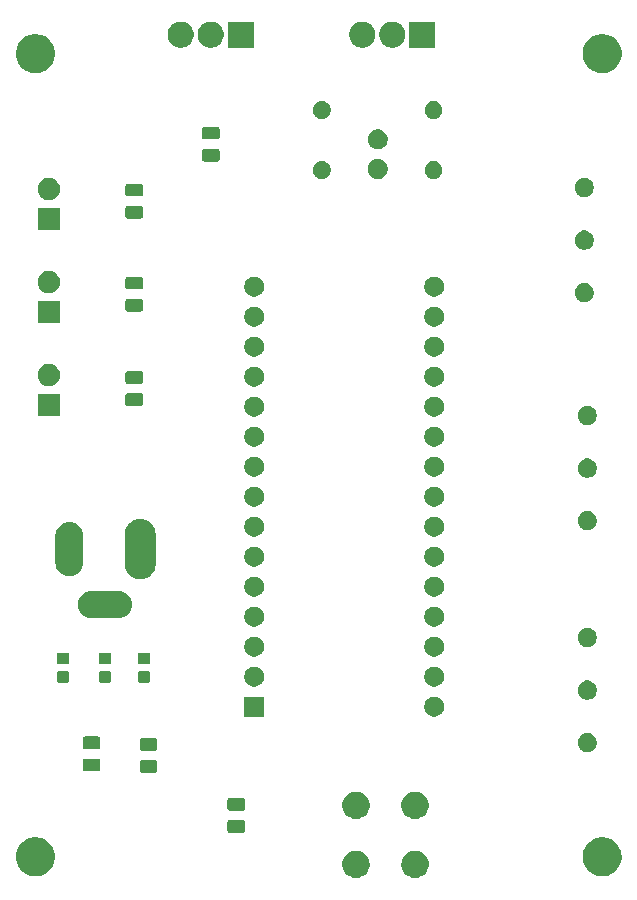
<source format=gbr>
G04 #@! TF.GenerationSoftware,KiCad,Pcbnew,(5.1.5)-3*
G04 #@! TF.CreationDate,2020-02-29T12:27:38-05:00*
G04 #@! TF.ProjectId,LED_Control,4c45445f-436f-46e7-9472-6f6c2e6b6963,rev?*
G04 #@! TF.SameCoordinates,Original*
G04 #@! TF.FileFunction,Soldermask,Top*
G04 #@! TF.FilePolarity,Negative*
%FSLAX46Y46*%
G04 Gerber Fmt 4.6, Leading zero omitted, Abs format (unit mm)*
G04 Created by KiCad (PCBNEW (5.1.5)-3) date 2020-02-29 12:27:38*
%MOMM*%
%LPD*%
G04 APERTURE LIST*
%ADD10C,0.100000*%
G04 APERTURE END LIST*
D10*
G36*
X143377049Y-133514616D02*
G01*
X143488234Y-133536732D01*
X143697703Y-133623497D01*
X143886220Y-133749460D01*
X144046540Y-133909780D01*
X144172503Y-134098297D01*
X144172504Y-134098299D01*
X144259268Y-134307767D01*
X144293842Y-134481579D01*
X144303500Y-134530136D01*
X144303500Y-134756864D01*
X144259268Y-134979234D01*
X144172503Y-135188703D01*
X144046540Y-135377220D01*
X143886220Y-135537540D01*
X143697703Y-135663503D01*
X143488234Y-135750268D01*
X143377049Y-135772384D01*
X143265865Y-135794500D01*
X143039135Y-135794500D01*
X142927951Y-135772384D01*
X142816766Y-135750268D01*
X142607297Y-135663503D01*
X142418780Y-135537540D01*
X142258460Y-135377220D01*
X142132497Y-135188703D01*
X142045732Y-134979234D01*
X142001500Y-134756864D01*
X142001500Y-134530136D01*
X142011159Y-134481579D01*
X142045732Y-134307767D01*
X142132496Y-134098299D01*
X142132497Y-134098297D01*
X142258460Y-133909780D01*
X142418780Y-133749460D01*
X142607297Y-133623497D01*
X142816766Y-133536732D01*
X142927951Y-133514616D01*
X143039135Y-133492500D01*
X143265865Y-133492500D01*
X143377049Y-133514616D01*
G37*
G36*
X138377049Y-133514616D02*
G01*
X138488234Y-133536732D01*
X138697703Y-133623497D01*
X138886220Y-133749460D01*
X139046540Y-133909780D01*
X139172503Y-134098297D01*
X139172504Y-134098299D01*
X139259268Y-134307767D01*
X139293842Y-134481579D01*
X139303500Y-134530136D01*
X139303500Y-134756864D01*
X139259268Y-134979234D01*
X139172503Y-135188703D01*
X139046540Y-135377220D01*
X138886220Y-135537540D01*
X138697703Y-135663503D01*
X138488234Y-135750268D01*
X138377049Y-135772384D01*
X138265865Y-135794500D01*
X138039135Y-135794500D01*
X137927951Y-135772384D01*
X137816766Y-135750268D01*
X137607297Y-135663503D01*
X137418780Y-135537540D01*
X137258460Y-135377220D01*
X137132497Y-135188703D01*
X137045732Y-134979234D01*
X137001500Y-134756864D01*
X137001500Y-134530136D01*
X137011159Y-134481579D01*
X137045732Y-134307767D01*
X137132496Y-134098299D01*
X137132497Y-134098297D01*
X137258460Y-133909780D01*
X137418780Y-133749460D01*
X137607297Y-133623497D01*
X137816766Y-133536732D01*
X137927951Y-133514616D01*
X138039135Y-133492500D01*
X138265865Y-133492500D01*
X138377049Y-133514616D01*
G37*
G36*
X159375256Y-132391298D02*
G01*
X159481579Y-132412447D01*
X159782042Y-132536903D01*
X160052451Y-132717585D01*
X160282415Y-132947549D01*
X160282416Y-132947551D01*
X160463098Y-133217960D01*
X160587553Y-133518422D01*
X160633510Y-133749460D01*
X160651000Y-133837391D01*
X160651000Y-134162609D01*
X160587553Y-134481579D01*
X160463097Y-134782042D01*
X160282415Y-135052451D01*
X160052451Y-135282415D01*
X159782042Y-135463097D01*
X159481579Y-135587553D01*
X159375256Y-135608702D01*
X159162611Y-135651000D01*
X158837389Y-135651000D01*
X158624744Y-135608702D01*
X158518421Y-135587553D01*
X158217958Y-135463097D01*
X157947549Y-135282415D01*
X157717585Y-135052451D01*
X157536903Y-134782042D01*
X157412447Y-134481579D01*
X157349000Y-134162609D01*
X157349000Y-133837391D01*
X157366491Y-133749460D01*
X157412447Y-133518422D01*
X157536902Y-133217960D01*
X157717584Y-132947551D01*
X157717585Y-132947549D01*
X157947549Y-132717585D01*
X158217958Y-132536903D01*
X158518421Y-132412447D01*
X158624744Y-132391298D01*
X158837389Y-132349000D01*
X159162611Y-132349000D01*
X159375256Y-132391298D01*
G37*
G36*
X111375256Y-132391298D02*
G01*
X111481579Y-132412447D01*
X111782042Y-132536903D01*
X112052451Y-132717585D01*
X112282415Y-132947549D01*
X112282416Y-132947551D01*
X112463098Y-133217960D01*
X112587553Y-133518422D01*
X112633510Y-133749460D01*
X112651000Y-133837391D01*
X112651000Y-134162609D01*
X112587553Y-134481579D01*
X112463097Y-134782042D01*
X112282415Y-135052451D01*
X112052451Y-135282415D01*
X111782042Y-135463097D01*
X111481579Y-135587553D01*
X111375256Y-135608702D01*
X111162611Y-135651000D01*
X110837389Y-135651000D01*
X110624744Y-135608702D01*
X110518421Y-135587553D01*
X110217958Y-135463097D01*
X109947549Y-135282415D01*
X109717585Y-135052451D01*
X109536903Y-134782042D01*
X109412447Y-134481579D01*
X109349000Y-134162609D01*
X109349000Y-133837391D01*
X109366491Y-133749460D01*
X109412447Y-133518422D01*
X109536902Y-133217960D01*
X109717584Y-132947551D01*
X109717585Y-132947549D01*
X109947549Y-132717585D01*
X110217958Y-132536903D01*
X110518421Y-132412447D01*
X110624744Y-132391298D01*
X110837389Y-132349000D01*
X111162611Y-132349000D01*
X111375256Y-132391298D01*
G37*
G36*
X128600468Y-130896065D02*
G01*
X128639138Y-130907796D01*
X128674777Y-130926846D01*
X128706017Y-130952483D01*
X128731654Y-130983723D01*
X128750704Y-131019362D01*
X128762435Y-131058032D01*
X128767000Y-131104388D01*
X128767000Y-131755612D01*
X128762435Y-131801968D01*
X128750704Y-131840638D01*
X128731654Y-131876277D01*
X128706017Y-131907517D01*
X128674777Y-131933154D01*
X128639138Y-131952204D01*
X128600468Y-131963935D01*
X128554112Y-131968500D01*
X127477888Y-131968500D01*
X127431532Y-131963935D01*
X127392862Y-131952204D01*
X127357223Y-131933154D01*
X127325983Y-131907517D01*
X127300346Y-131876277D01*
X127281296Y-131840638D01*
X127269565Y-131801968D01*
X127265000Y-131755612D01*
X127265000Y-131104388D01*
X127269565Y-131058032D01*
X127281296Y-131019362D01*
X127300346Y-130983723D01*
X127325983Y-130952483D01*
X127357223Y-130926846D01*
X127392862Y-130907796D01*
X127431532Y-130896065D01*
X127477888Y-130891500D01*
X128554112Y-130891500D01*
X128600468Y-130896065D01*
G37*
G36*
X143377049Y-128514616D02*
G01*
X143488234Y-128536732D01*
X143697703Y-128623497D01*
X143886220Y-128749460D01*
X144046540Y-128909780D01*
X144172503Y-129098297D01*
X144259268Y-129307766D01*
X144303500Y-129530136D01*
X144303500Y-129756864D01*
X144259268Y-129979234D01*
X144172503Y-130188703D01*
X144046540Y-130377220D01*
X143886220Y-130537540D01*
X143697703Y-130663503D01*
X143488234Y-130750268D01*
X143377049Y-130772384D01*
X143265865Y-130794500D01*
X143039135Y-130794500D01*
X142927951Y-130772384D01*
X142816766Y-130750268D01*
X142607297Y-130663503D01*
X142418780Y-130537540D01*
X142258460Y-130377220D01*
X142132497Y-130188703D01*
X142045732Y-129979234D01*
X142001500Y-129756864D01*
X142001500Y-129530136D01*
X142045732Y-129307766D01*
X142132497Y-129098297D01*
X142258460Y-128909780D01*
X142418780Y-128749460D01*
X142607297Y-128623497D01*
X142816766Y-128536732D01*
X142927951Y-128514616D01*
X143039135Y-128492500D01*
X143265865Y-128492500D01*
X143377049Y-128514616D01*
G37*
G36*
X138377049Y-128514616D02*
G01*
X138488234Y-128536732D01*
X138697703Y-128623497D01*
X138886220Y-128749460D01*
X139046540Y-128909780D01*
X139172503Y-129098297D01*
X139259268Y-129307766D01*
X139303500Y-129530136D01*
X139303500Y-129756864D01*
X139259268Y-129979234D01*
X139172503Y-130188703D01*
X139046540Y-130377220D01*
X138886220Y-130537540D01*
X138697703Y-130663503D01*
X138488234Y-130750268D01*
X138377049Y-130772384D01*
X138265865Y-130794500D01*
X138039135Y-130794500D01*
X137927951Y-130772384D01*
X137816766Y-130750268D01*
X137607297Y-130663503D01*
X137418780Y-130537540D01*
X137258460Y-130377220D01*
X137132497Y-130188703D01*
X137045732Y-129979234D01*
X137001500Y-129756864D01*
X137001500Y-129530136D01*
X137045732Y-129307766D01*
X137132497Y-129098297D01*
X137258460Y-128909780D01*
X137418780Y-128749460D01*
X137607297Y-128623497D01*
X137816766Y-128536732D01*
X137927951Y-128514616D01*
X138039135Y-128492500D01*
X138265865Y-128492500D01*
X138377049Y-128514616D01*
G37*
G36*
X128600468Y-129021065D02*
G01*
X128639138Y-129032796D01*
X128674777Y-129051846D01*
X128706017Y-129077483D01*
X128731654Y-129108723D01*
X128750704Y-129144362D01*
X128762435Y-129183032D01*
X128767000Y-129229388D01*
X128767000Y-129880612D01*
X128762435Y-129926968D01*
X128750704Y-129965638D01*
X128731654Y-130001277D01*
X128706017Y-130032517D01*
X128674777Y-130058154D01*
X128639138Y-130077204D01*
X128600468Y-130088935D01*
X128554112Y-130093500D01*
X127477888Y-130093500D01*
X127431532Y-130088935D01*
X127392862Y-130077204D01*
X127357223Y-130058154D01*
X127325983Y-130032517D01*
X127300346Y-130001277D01*
X127281296Y-129965638D01*
X127269565Y-129926968D01*
X127265000Y-129880612D01*
X127265000Y-129229388D01*
X127269565Y-129183032D01*
X127281296Y-129144362D01*
X127300346Y-129108723D01*
X127325983Y-129077483D01*
X127357223Y-129051846D01*
X127392862Y-129032796D01*
X127431532Y-129021065D01*
X127477888Y-129016500D01*
X128554112Y-129016500D01*
X128600468Y-129021065D01*
G37*
G36*
X121170968Y-125816065D02*
G01*
X121209638Y-125827796D01*
X121245277Y-125846846D01*
X121276517Y-125872483D01*
X121302154Y-125903723D01*
X121321204Y-125939362D01*
X121332935Y-125978032D01*
X121337500Y-126024388D01*
X121337500Y-126675612D01*
X121332935Y-126721968D01*
X121321204Y-126760638D01*
X121302154Y-126796277D01*
X121276517Y-126827517D01*
X121245277Y-126853154D01*
X121209638Y-126872204D01*
X121170968Y-126883935D01*
X121124612Y-126888500D01*
X120048388Y-126888500D01*
X120002032Y-126883935D01*
X119963362Y-126872204D01*
X119927723Y-126853154D01*
X119896483Y-126827517D01*
X119870846Y-126796277D01*
X119851796Y-126760638D01*
X119840065Y-126721968D01*
X119835500Y-126675612D01*
X119835500Y-126024388D01*
X119840065Y-125978032D01*
X119851796Y-125939362D01*
X119870846Y-125903723D01*
X119896483Y-125872483D01*
X119927723Y-125846846D01*
X119963362Y-125827796D01*
X120002032Y-125816065D01*
X120048388Y-125811500D01*
X121124612Y-125811500D01*
X121170968Y-125816065D01*
G37*
G36*
X116344968Y-125689065D02*
G01*
X116383638Y-125700796D01*
X116419277Y-125719846D01*
X116450517Y-125745483D01*
X116476154Y-125776723D01*
X116495204Y-125812362D01*
X116506935Y-125851032D01*
X116511500Y-125897388D01*
X116511500Y-126548612D01*
X116506935Y-126594968D01*
X116495204Y-126633638D01*
X116476154Y-126669277D01*
X116450517Y-126700517D01*
X116419277Y-126726154D01*
X116383638Y-126745204D01*
X116344968Y-126756935D01*
X116298612Y-126761500D01*
X115222388Y-126761500D01*
X115176032Y-126756935D01*
X115137362Y-126745204D01*
X115101723Y-126726154D01*
X115070483Y-126700517D01*
X115044846Y-126669277D01*
X115025796Y-126633638D01*
X115014065Y-126594968D01*
X115009500Y-126548612D01*
X115009500Y-125897388D01*
X115014065Y-125851032D01*
X115025796Y-125812362D01*
X115044846Y-125776723D01*
X115070483Y-125745483D01*
X115101723Y-125719846D01*
X115137362Y-125700796D01*
X115176032Y-125689065D01*
X115222388Y-125684500D01*
X116298612Y-125684500D01*
X116344968Y-125689065D01*
G37*
G36*
X157971142Y-123556242D02*
G01*
X158119101Y-123617529D01*
X158252255Y-123706499D01*
X158365501Y-123819745D01*
X158454471Y-123952899D01*
X158515758Y-124100858D01*
X158547000Y-124257925D01*
X158547000Y-124418075D01*
X158515758Y-124575142D01*
X158454471Y-124723101D01*
X158365501Y-124856255D01*
X158252255Y-124969501D01*
X158119101Y-125058471D01*
X157971142Y-125119758D01*
X157814075Y-125151000D01*
X157653925Y-125151000D01*
X157496858Y-125119758D01*
X157348899Y-125058471D01*
X157215745Y-124969501D01*
X157102499Y-124856255D01*
X157013529Y-124723101D01*
X156952242Y-124575142D01*
X156921000Y-124418075D01*
X156921000Y-124257925D01*
X156952242Y-124100858D01*
X157013529Y-123952899D01*
X157102499Y-123819745D01*
X157215745Y-123706499D01*
X157348899Y-123617529D01*
X157496858Y-123556242D01*
X157653925Y-123525000D01*
X157814075Y-123525000D01*
X157971142Y-123556242D01*
G37*
G36*
X121170968Y-123941065D02*
G01*
X121209638Y-123952796D01*
X121245277Y-123971846D01*
X121276517Y-123997483D01*
X121302154Y-124028723D01*
X121321204Y-124064362D01*
X121332935Y-124103032D01*
X121337500Y-124149388D01*
X121337500Y-124800612D01*
X121332935Y-124846968D01*
X121321204Y-124885638D01*
X121302154Y-124921277D01*
X121276517Y-124952517D01*
X121245277Y-124978154D01*
X121209638Y-124997204D01*
X121170968Y-125008935D01*
X121124612Y-125013500D01*
X120048388Y-125013500D01*
X120002032Y-125008935D01*
X119963362Y-124997204D01*
X119927723Y-124978154D01*
X119896483Y-124952517D01*
X119870846Y-124921277D01*
X119851796Y-124885638D01*
X119840065Y-124846968D01*
X119835500Y-124800612D01*
X119835500Y-124149388D01*
X119840065Y-124103032D01*
X119851796Y-124064362D01*
X119870846Y-124028723D01*
X119896483Y-123997483D01*
X119927723Y-123971846D01*
X119963362Y-123952796D01*
X120002032Y-123941065D01*
X120048388Y-123936500D01*
X121124612Y-123936500D01*
X121170968Y-123941065D01*
G37*
G36*
X116344968Y-123814065D02*
G01*
X116383638Y-123825796D01*
X116419277Y-123844846D01*
X116450517Y-123870483D01*
X116476154Y-123901723D01*
X116495204Y-123937362D01*
X116506935Y-123976032D01*
X116511500Y-124022388D01*
X116511500Y-124673612D01*
X116506935Y-124719968D01*
X116495204Y-124758638D01*
X116476154Y-124794277D01*
X116450517Y-124825517D01*
X116419277Y-124851154D01*
X116383638Y-124870204D01*
X116344968Y-124881935D01*
X116298612Y-124886500D01*
X115222388Y-124886500D01*
X115176032Y-124881935D01*
X115137362Y-124870204D01*
X115101723Y-124851154D01*
X115070483Y-124825517D01*
X115044846Y-124794277D01*
X115025796Y-124758638D01*
X115014065Y-124719968D01*
X115009500Y-124673612D01*
X115009500Y-124022388D01*
X115014065Y-123976032D01*
X115025796Y-123937362D01*
X115044846Y-123901723D01*
X115070483Y-123870483D01*
X115101723Y-123844846D01*
X115137362Y-123825796D01*
X115176032Y-123814065D01*
X115222388Y-123809500D01*
X116298612Y-123809500D01*
X116344968Y-123814065D01*
G37*
G36*
X145028228Y-120466703D02*
G01*
X145183100Y-120530853D01*
X145322481Y-120623985D01*
X145441015Y-120742519D01*
X145534147Y-120881900D01*
X145598297Y-121036772D01*
X145631000Y-121201184D01*
X145631000Y-121368816D01*
X145598297Y-121533228D01*
X145534147Y-121688100D01*
X145441015Y-121827481D01*
X145322481Y-121946015D01*
X145183100Y-122039147D01*
X145028228Y-122103297D01*
X144863816Y-122136000D01*
X144696184Y-122136000D01*
X144531772Y-122103297D01*
X144376900Y-122039147D01*
X144237519Y-121946015D01*
X144118985Y-121827481D01*
X144025853Y-121688100D01*
X143961703Y-121533228D01*
X143929000Y-121368816D01*
X143929000Y-121201184D01*
X143961703Y-121036772D01*
X144025853Y-120881900D01*
X144118985Y-120742519D01*
X144237519Y-120623985D01*
X144376900Y-120530853D01*
X144531772Y-120466703D01*
X144696184Y-120434000D01*
X144863816Y-120434000D01*
X145028228Y-120466703D01*
G37*
G36*
X130391000Y-122136000D02*
G01*
X128689000Y-122136000D01*
X128689000Y-120434000D01*
X130391000Y-120434000D01*
X130391000Y-122136000D01*
G37*
G36*
X157971142Y-119106242D02*
G01*
X158119101Y-119167529D01*
X158252255Y-119256499D01*
X158365501Y-119369745D01*
X158454471Y-119502899D01*
X158515758Y-119650858D01*
X158547000Y-119807925D01*
X158547000Y-119968075D01*
X158515758Y-120125142D01*
X158454471Y-120273101D01*
X158365501Y-120406255D01*
X158252255Y-120519501D01*
X158119101Y-120608471D01*
X157971142Y-120669758D01*
X157814075Y-120701000D01*
X157653925Y-120701000D01*
X157496858Y-120669758D01*
X157348899Y-120608471D01*
X157215745Y-120519501D01*
X157102499Y-120406255D01*
X157013529Y-120273101D01*
X156952242Y-120125142D01*
X156921000Y-119968075D01*
X156921000Y-119807925D01*
X156952242Y-119650858D01*
X157013529Y-119502899D01*
X157102499Y-119369745D01*
X157215745Y-119256499D01*
X157348899Y-119167529D01*
X157496858Y-119106242D01*
X157653925Y-119075000D01*
X157814075Y-119075000D01*
X157971142Y-119106242D01*
G37*
G36*
X145028228Y-117926703D02*
G01*
X145183100Y-117990853D01*
X145322481Y-118083985D01*
X145441015Y-118202519D01*
X145534147Y-118341900D01*
X145598297Y-118496772D01*
X145631000Y-118661184D01*
X145631000Y-118828816D01*
X145598297Y-118993228D01*
X145534147Y-119148100D01*
X145441015Y-119287481D01*
X145322481Y-119406015D01*
X145183100Y-119499147D01*
X145028228Y-119563297D01*
X144863816Y-119596000D01*
X144696184Y-119596000D01*
X144531772Y-119563297D01*
X144376900Y-119499147D01*
X144237519Y-119406015D01*
X144118985Y-119287481D01*
X144025853Y-119148100D01*
X143961703Y-118993228D01*
X143929000Y-118828816D01*
X143929000Y-118661184D01*
X143961703Y-118496772D01*
X144025853Y-118341900D01*
X144118985Y-118202519D01*
X144237519Y-118083985D01*
X144376900Y-117990853D01*
X144531772Y-117926703D01*
X144696184Y-117894000D01*
X144863816Y-117894000D01*
X145028228Y-117926703D01*
G37*
G36*
X129788228Y-117926703D02*
G01*
X129943100Y-117990853D01*
X130082481Y-118083985D01*
X130201015Y-118202519D01*
X130294147Y-118341900D01*
X130358297Y-118496772D01*
X130391000Y-118661184D01*
X130391000Y-118828816D01*
X130358297Y-118993228D01*
X130294147Y-119148100D01*
X130201015Y-119287481D01*
X130082481Y-119406015D01*
X129943100Y-119499147D01*
X129788228Y-119563297D01*
X129623816Y-119596000D01*
X129456184Y-119596000D01*
X129291772Y-119563297D01*
X129136900Y-119499147D01*
X128997519Y-119406015D01*
X128878985Y-119287481D01*
X128785853Y-119148100D01*
X128721703Y-118993228D01*
X128689000Y-118828816D01*
X128689000Y-118661184D01*
X128721703Y-118496772D01*
X128785853Y-118341900D01*
X128878985Y-118202519D01*
X128997519Y-118083985D01*
X129136900Y-117990853D01*
X129291772Y-117926703D01*
X129456184Y-117894000D01*
X129623816Y-117894000D01*
X129788228Y-117926703D01*
G37*
G36*
X120585091Y-118286085D02*
G01*
X120619069Y-118296393D01*
X120650390Y-118313134D01*
X120677839Y-118335661D01*
X120700366Y-118363110D01*
X120717107Y-118394431D01*
X120727415Y-118428409D01*
X120731500Y-118469890D01*
X120731500Y-119071110D01*
X120727415Y-119112591D01*
X120717107Y-119146569D01*
X120700366Y-119177890D01*
X120677839Y-119205339D01*
X120650390Y-119227866D01*
X120619069Y-119244607D01*
X120585091Y-119254915D01*
X120543610Y-119259000D01*
X119867390Y-119259000D01*
X119825909Y-119254915D01*
X119791931Y-119244607D01*
X119760610Y-119227866D01*
X119733161Y-119205339D01*
X119710634Y-119177890D01*
X119693893Y-119146569D01*
X119683585Y-119112591D01*
X119679500Y-119071110D01*
X119679500Y-118469890D01*
X119683585Y-118428409D01*
X119693893Y-118394431D01*
X119710634Y-118363110D01*
X119733161Y-118335661D01*
X119760610Y-118313134D01*
X119791931Y-118296393D01*
X119825909Y-118286085D01*
X119867390Y-118282000D01*
X120543610Y-118282000D01*
X120585091Y-118286085D01*
G37*
G36*
X117283091Y-118286085D02*
G01*
X117317069Y-118296393D01*
X117348390Y-118313134D01*
X117375839Y-118335661D01*
X117398366Y-118363110D01*
X117415107Y-118394431D01*
X117425415Y-118428409D01*
X117429500Y-118469890D01*
X117429500Y-119071110D01*
X117425415Y-119112591D01*
X117415107Y-119146569D01*
X117398366Y-119177890D01*
X117375839Y-119205339D01*
X117348390Y-119227866D01*
X117317069Y-119244607D01*
X117283091Y-119254915D01*
X117241610Y-119259000D01*
X116565390Y-119259000D01*
X116523909Y-119254915D01*
X116489931Y-119244607D01*
X116458610Y-119227866D01*
X116431161Y-119205339D01*
X116408634Y-119177890D01*
X116391893Y-119146569D01*
X116381585Y-119112591D01*
X116377500Y-119071110D01*
X116377500Y-118469890D01*
X116381585Y-118428409D01*
X116391893Y-118394431D01*
X116408634Y-118363110D01*
X116431161Y-118335661D01*
X116458610Y-118313134D01*
X116489931Y-118296393D01*
X116523909Y-118286085D01*
X116565390Y-118282000D01*
X117241610Y-118282000D01*
X117283091Y-118286085D01*
G37*
G36*
X113727091Y-118286085D02*
G01*
X113761069Y-118296393D01*
X113792390Y-118313134D01*
X113819839Y-118335661D01*
X113842366Y-118363110D01*
X113859107Y-118394431D01*
X113869415Y-118428409D01*
X113873500Y-118469890D01*
X113873500Y-119071110D01*
X113869415Y-119112591D01*
X113859107Y-119146569D01*
X113842366Y-119177890D01*
X113819839Y-119205339D01*
X113792390Y-119227866D01*
X113761069Y-119244607D01*
X113727091Y-119254915D01*
X113685610Y-119259000D01*
X113009390Y-119259000D01*
X112967909Y-119254915D01*
X112933931Y-119244607D01*
X112902610Y-119227866D01*
X112875161Y-119205339D01*
X112852634Y-119177890D01*
X112835893Y-119146569D01*
X112825585Y-119112591D01*
X112821500Y-119071110D01*
X112821500Y-118469890D01*
X112825585Y-118428409D01*
X112835893Y-118394431D01*
X112852634Y-118363110D01*
X112875161Y-118335661D01*
X112902610Y-118313134D01*
X112933931Y-118296393D01*
X112967909Y-118286085D01*
X113009390Y-118282000D01*
X113685610Y-118282000D01*
X113727091Y-118286085D01*
G37*
G36*
X120585091Y-116711085D02*
G01*
X120619069Y-116721393D01*
X120650390Y-116738134D01*
X120677839Y-116760661D01*
X120700366Y-116788110D01*
X120717107Y-116819431D01*
X120727415Y-116853409D01*
X120731500Y-116894890D01*
X120731500Y-117496110D01*
X120727415Y-117537591D01*
X120717107Y-117571569D01*
X120700366Y-117602890D01*
X120677839Y-117630339D01*
X120650390Y-117652866D01*
X120619069Y-117669607D01*
X120585091Y-117679915D01*
X120543610Y-117684000D01*
X119867390Y-117684000D01*
X119825909Y-117679915D01*
X119791931Y-117669607D01*
X119760610Y-117652866D01*
X119733161Y-117630339D01*
X119710634Y-117602890D01*
X119693893Y-117571569D01*
X119683585Y-117537591D01*
X119679500Y-117496110D01*
X119679500Y-116894890D01*
X119683585Y-116853409D01*
X119693893Y-116819431D01*
X119710634Y-116788110D01*
X119733161Y-116760661D01*
X119760610Y-116738134D01*
X119791931Y-116721393D01*
X119825909Y-116711085D01*
X119867390Y-116707000D01*
X120543610Y-116707000D01*
X120585091Y-116711085D01*
G37*
G36*
X117283091Y-116711085D02*
G01*
X117317069Y-116721393D01*
X117348390Y-116738134D01*
X117375839Y-116760661D01*
X117398366Y-116788110D01*
X117415107Y-116819431D01*
X117425415Y-116853409D01*
X117429500Y-116894890D01*
X117429500Y-117496110D01*
X117425415Y-117537591D01*
X117415107Y-117571569D01*
X117398366Y-117602890D01*
X117375839Y-117630339D01*
X117348390Y-117652866D01*
X117317069Y-117669607D01*
X117283091Y-117679915D01*
X117241610Y-117684000D01*
X116565390Y-117684000D01*
X116523909Y-117679915D01*
X116489931Y-117669607D01*
X116458610Y-117652866D01*
X116431161Y-117630339D01*
X116408634Y-117602890D01*
X116391893Y-117571569D01*
X116381585Y-117537591D01*
X116377500Y-117496110D01*
X116377500Y-116894890D01*
X116381585Y-116853409D01*
X116391893Y-116819431D01*
X116408634Y-116788110D01*
X116431161Y-116760661D01*
X116458610Y-116738134D01*
X116489931Y-116721393D01*
X116523909Y-116711085D01*
X116565390Y-116707000D01*
X117241610Y-116707000D01*
X117283091Y-116711085D01*
G37*
G36*
X113727091Y-116711085D02*
G01*
X113761069Y-116721393D01*
X113792390Y-116738134D01*
X113819839Y-116760661D01*
X113842366Y-116788110D01*
X113859107Y-116819431D01*
X113869415Y-116853409D01*
X113873500Y-116894890D01*
X113873500Y-117496110D01*
X113869415Y-117537591D01*
X113859107Y-117571569D01*
X113842366Y-117602890D01*
X113819839Y-117630339D01*
X113792390Y-117652866D01*
X113761069Y-117669607D01*
X113727091Y-117679915D01*
X113685610Y-117684000D01*
X113009390Y-117684000D01*
X112967909Y-117679915D01*
X112933931Y-117669607D01*
X112902610Y-117652866D01*
X112875161Y-117630339D01*
X112852634Y-117602890D01*
X112835893Y-117571569D01*
X112825585Y-117537591D01*
X112821500Y-117496110D01*
X112821500Y-116894890D01*
X112825585Y-116853409D01*
X112835893Y-116819431D01*
X112852634Y-116788110D01*
X112875161Y-116760661D01*
X112902610Y-116738134D01*
X112933931Y-116721393D01*
X112967909Y-116711085D01*
X113009390Y-116707000D01*
X113685610Y-116707000D01*
X113727091Y-116711085D01*
G37*
G36*
X145028228Y-115386703D02*
G01*
X145183100Y-115450853D01*
X145322481Y-115543985D01*
X145441015Y-115662519D01*
X145534147Y-115801900D01*
X145598297Y-115956772D01*
X145631000Y-116121184D01*
X145631000Y-116288816D01*
X145598297Y-116453228D01*
X145534147Y-116608100D01*
X145441015Y-116747481D01*
X145322481Y-116866015D01*
X145183100Y-116959147D01*
X145028228Y-117023297D01*
X144863816Y-117056000D01*
X144696184Y-117056000D01*
X144531772Y-117023297D01*
X144376900Y-116959147D01*
X144237519Y-116866015D01*
X144118985Y-116747481D01*
X144025853Y-116608100D01*
X143961703Y-116453228D01*
X143929000Y-116288816D01*
X143929000Y-116121184D01*
X143961703Y-115956772D01*
X144025853Y-115801900D01*
X144118985Y-115662519D01*
X144237519Y-115543985D01*
X144376900Y-115450853D01*
X144531772Y-115386703D01*
X144696184Y-115354000D01*
X144863816Y-115354000D01*
X145028228Y-115386703D01*
G37*
G36*
X129788228Y-115386703D02*
G01*
X129943100Y-115450853D01*
X130082481Y-115543985D01*
X130201015Y-115662519D01*
X130294147Y-115801900D01*
X130358297Y-115956772D01*
X130391000Y-116121184D01*
X130391000Y-116288816D01*
X130358297Y-116453228D01*
X130294147Y-116608100D01*
X130201015Y-116747481D01*
X130082481Y-116866015D01*
X129943100Y-116959147D01*
X129788228Y-117023297D01*
X129623816Y-117056000D01*
X129456184Y-117056000D01*
X129291772Y-117023297D01*
X129136900Y-116959147D01*
X128997519Y-116866015D01*
X128878985Y-116747481D01*
X128785853Y-116608100D01*
X128721703Y-116453228D01*
X128689000Y-116288816D01*
X128689000Y-116121184D01*
X128721703Y-115956772D01*
X128785853Y-115801900D01*
X128878985Y-115662519D01*
X128997519Y-115543985D01*
X129136900Y-115450853D01*
X129291772Y-115386703D01*
X129456184Y-115354000D01*
X129623816Y-115354000D01*
X129788228Y-115386703D01*
G37*
G36*
X157971142Y-114656242D02*
G01*
X158119101Y-114717529D01*
X158252255Y-114806499D01*
X158365501Y-114919745D01*
X158454471Y-115052899D01*
X158515758Y-115200858D01*
X158547000Y-115357925D01*
X158547000Y-115518075D01*
X158515758Y-115675142D01*
X158454471Y-115823101D01*
X158365501Y-115956255D01*
X158252255Y-116069501D01*
X158119101Y-116158471D01*
X157971142Y-116219758D01*
X157814075Y-116251000D01*
X157653925Y-116251000D01*
X157496858Y-116219758D01*
X157348899Y-116158471D01*
X157215745Y-116069501D01*
X157102499Y-115956255D01*
X157013529Y-115823101D01*
X156952242Y-115675142D01*
X156921000Y-115518075D01*
X156921000Y-115357925D01*
X156952242Y-115200858D01*
X157013529Y-115052899D01*
X157102499Y-114919745D01*
X157215745Y-114806499D01*
X157348899Y-114717529D01*
X157496858Y-114656242D01*
X157653925Y-114625000D01*
X157814075Y-114625000D01*
X157971142Y-114656242D01*
G37*
G36*
X129788228Y-112846703D02*
G01*
X129943100Y-112910853D01*
X130082481Y-113003985D01*
X130201015Y-113122519D01*
X130294147Y-113261900D01*
X130358297Y-113416772D01*
X130391000Y-113581184D01*
X130391000Y-113748816D01*
X130358297Y-113913228D01*
X130294147Y-114068100D01*
X130201015Y-114207481D01*
X130082481Y-114326015D01*
X129943100Y-114419147D01*
X129788228Y-114483297D01*
X129623816Y-114516000D01*
X129456184Y-114516000D01*
X129291772Y-114483297D01*
X129136900Y-114419147D01*
X128997519Y-114326015D01*
X128878985Y-114207481D01*
X128785853Y-114068100D01*
X128721703Y-113913228D01*
X128689000Y-113748816D01*
X128689000Y-113581184D01*
X128721703Y-113416772D01*
X128785853Y-113261900D01*
X128878985Y-113122519D01*
X128997519Y-113003985D01*
X129136900Y-112910853D01*
X129291772Y-112846703D01*
X129456184Y-112814000D01*
X129623816Y-112814000D01*
X129788228Y-112846703D01*
G37*
G36*
X145028228Y-112846703D02*
G01*
X145183100Y-112910853D01*
X145322481Y-113003985D01*
X145441015Y-113122519D01*
X145534147Y-113261900D01*
X145598297Y-113416772D01*
X145631000Y-113581184D01*
X145631000Y-113748816D01*
X145598297Y-113913228D01*
X145534147Y-114068100D01*
X145441015Y-114207481D01*
X145322481Y-114326015D01*
X145183100Y-114419147D01*
X145028228Y-114483297D01*
X144863816Y-114516000D01*
X144696184Y-114516000D01*
X144531772Y-114483297D01*
X144376900Y-114419147D01*
X144237519Y-114326015D01*
X144118985Y-114207481D01*
X144025853Y-114068100D01*
X143961703Y-113913228D01*
X143929000Y-113748816D01*
X143929000Y-113581184D01*
X143961703Y-113416772D01*
X144025853Y-113261900D01*
X144118985Y-113122519D01*
X144237519Y-113003985D01*
X144376900Y-112910853D01*
X144531772Y-112846703D01*
X144696184Y-112814000D01*
X144863816Y-112814000D01*
X145028228Y-112846703D01*
G37*
G36*
X118243536Y-111491016D02*
G01*
X118465213Y-111558261D01*
X118669512Y-111667461D01*
X118848581Y-111814419D01*
X118995539Y-111993488D01*
X119104739Y-112197787D01*
X119171984Y-112419464D01*
X119194690Y-112650000D01*
X119171984Y-112880536D01*
X119104739Y-113102213D01*
X118995539Y-113306512D01*
X118848581Y-113485581D01*
X118669512Y-113632539D01*
X118465213Y-113741739D01*
X118243536Y-113808984D01*
X118070771Y-113826000D01*
X115705229Y-113826000D01*
X115532464Y-113808984D01*
X115310787Y-113741739D01*
X115106488Y-113632539D01*
X114927419Y-113485581D01*
X114780461Y-113306512D01*
X114671261Y-113102213D01*
X114604016Y-112880536D01*
X114581310Y-112650000D01*
X114604016Y-112419464D01*
X114671261Y-112197787D01*
X114780461Y-111993488D01*
X114927419Y-111814419D01*
X115106488Y-111667461D01*
X115310787Y-111558261D01*
X115532464Y-111491016D01*
X115705229Y-111474000D01*
X118070771Y-111474000D01*
X118243536Y-111491016D01*
G37*
G36*
X145028228Y-110306703D02*
G01*
X145183100Y-110370853D01*
X145322481Y-110463985D01*
X145441015Y-110582519D01*
X145534147Y-110721900D01*
X145598297Y-110876772D01*
X145631000Y-111041184D01*
X145631000Y-111208816D01*
X145598297Y-111373228D01*
X145534147Y-111528100D01*
X145441015Y-111667481D01*
X145322481Y-111786015D01*
X145183100Y-111879147D01*
X145028228Y-111943297D01*
X144863816Y-111976000D01*
X144696184Y-111976000D01*
X144531772Y-111943297D01*
X144376900Y-111879147D01*
X144237519Y-111786015D01*
X144118985Y-111667481D01*
X144025853Y-111528100D01*
X143961703Y-111373228D01*
X143929000Y-111208816D01*
X143929000Y-111041184D01*
X143961703Y-110876772D01*
X144025853Y-110721900D01*
X144118985Y-110582519D01*
X144237519Y-110463985D01*
X144376900Y-110370853D01*
X144531772Y-110306703D01*
X144696184Y-110274000D01*
X144863816Y-110274000D01*
X145028228Y-110306703D01*
G37*
G36*
X129788228Y-110306703D02*
G01*
X129943100Y-110370853D01*
X130082481Y-110463985D01*
X130201015Y-110582519D01*
X130294147Y-110721900D01*
X130358297Y-110876772D01*
X130391000Y-111041184D01*
X130391000Y-111208816D01*
X130358297Y-111373228D01*
X130294147Y-111528100D01*
X130201015Y-111667481D01*
X130082481Y-111786015D01*
X129943100Y-111879147D01*
X129788228Y-111943297D01*
X129623816Y-111976000D01*
X129456184Y-111976000D01*
X129291772Y-111943297D01*
X129136900Y-111879147D01*
X128997519Y-111786015D01*
X128878985Y-111667481D01*
X128785853Y-111528100D01*
X128721703Y-111373228D01*
X128689000Y-111208816D01*
X128689000Y-111041184D01*
X128721703Y-110876772D01*
X128785853Y-110721900D01*
X128878985Y-110582519D01*
X128997519Y-110463985D01*
X129136900Y-110370853D01*
X129291772Y-110306703D01*
X129456184Y-110274000D01*
X129623816Y-110274000D01*
X129788228Y-110306703D01*
G37*
G36*
X120143040Y-105417825D02*
G01*
X120388280Y-105492218D01*
X120614294Y-105613025D01*
X120625320Y-105622074D01*
X120812397Y-105775603D01*
X120932624Y-105922101D01*
X120974975Y-105973706D01*
X120974976Y-105973708D01*
X121057883Y-106128815D01*
X121095782Y-106199720D01*
X121170175Y-106444960D01*
X121189000Y-106636095D01*
X121189000Y-109263905D01*
X121170175Y-109455040D01*
X121095782Y-109700280D01*
X120974975Y-109926294D01*
X120812396Y-110124396D01*
X120614293Y-110286975D01*
X120388279Y-110407782D01*
X120143039Y-110482175D01*
X119888000Y-110507294D01*
X119632960Y-110482175D01*
X119387720Y-110407782D01*
X119387718Y-110407781D01*
X119161707Y-110286976D01*
X118963604Y-110124396D01*
X118801026Y-109926294D01*
X118801025Y-109926293D01*
X118680218Y-109700279D01*
X118605825Y-109455039D01*
X118587000Y-109263904D01*
X118587001Y-106636095D01*
X118605826Y-106444960D01*
X118680219Y-106199720D01*
X118718119Y-106128815D01*
X118801025Y-105973708D01*
X118801026Y-105973706D01*
X118843377Y-105922101D01*
X118963604Y-105775603D01*
X119150681Y-105622074D01*
X119161707Y-105613025D01*
X119387721Y-105492218D01*
X119632961Y-105417825D01*
X119888000Y-105392706D01*
X120143040Y-105417825D01*
G37*
G36*
X114118536Y-105666016D02*
G01*
X114340213Y-105733261D01*
X114544512Y-105842461D01*
X114723581Y-105989419D01*
X114870539Y-106168488D01*
X114979739Y-106372787D01*
X115046984Y-106594464D01*
X115064000Y-106767229D01*
X115064000Y-109132771D01*
X115046984Y-109305536D01*
X114979739Y-109527213D01*
X114870539Y-109731512D01*
X114723581Y-109910581D01*
X114544511Y-110057539D01*
X114340212Y-110166739D01*
X114118535Y-110233984D01*
X113888000Y-110256690D01*
X113657464Y-110233984D01*
X113435787Y-110166739D01*
X113231488Y-110057539D01*
X113052419Y-109910581D01*
X112905461Y-109731511D01*
X112796261Y-109527212D01*
X112729016Y-109305535D01*
X112712000Y-109132770D01*
X112712001Y-106767229D01*
X112729017Y-106594464D01*
X112796262Y-106372787D01*
X112905462Y-106168488D01*
X113052420Y-105989419D01*
X113231489Y-105842461D01*
X113435788Y-105733261D01*
X113657465Y-105666016D01*
X113888000Y-105643310D01*
X114118536Y-105666016D01*
G37*
G36*
X129788228Y-107766703D02*
G01*
X129943100Y-107830853D01*
X130082481Y-107923985D01*
X130201015Y-108042519D01*
X130294147Y-108181900D01*
X130358297Y-108336772D01*
X130391000Y-108501184D01*
X130391000Y-108668816D01*
X130358297Y-108833228D01*
X130294147Y-108988100D01*
X130201015Y-109127481D01*
X130082481Y-109246015D01*
X129943100Y-109339147D01*
X129788228Y-109403297D01*
X129623816Y-109436000D01*
X129456184Y-109436000D01*
X129291772Y-109403297D01*
X129136900Y-109339147D01*
X128997519Y-109246015D01*
X128878985Y-109127481D01*
X128785853Y-108988100D01*
X128721703Y-108833228D01*
X128689000Y-108668816D01*
X128689000Y-108501184D01*
X128721703Y-108336772D01*
X128785853Y-108181900D01*
X128878985Y-108042519D01*
X128997519Y-107923985D01*
X129136900Y-107830853D01*
X129291772Y-107766703D01*
X129456184Y-107734000D01*
X129623816Y-107734000D01*
X129788228Y-107766703D01*
G37*
G36*
X145028228Y-107766703D02*
G01*
X145183100Y-107830853D01*
X145322481Y-107923985D01*
X145441015Y-108042519D01*
X145534147Y-108181900D01*
X145598297Y-108336772D01*
X145631000Y-108501184D01*
X145631000Y-108668816D01*
X145598297Y-108833228D01*
X145534147Y-108988100D01*
X145441015Y-109127481D01*
X145322481Y-109246015D01*
X145183100Y-109339147D01*
X145028228Y-109403297D01*
X144863816Y-109436000D01*
X144696184Y-109436000D01*
X144531772Y-109403297D01*
X144376900Y-109339147D01*
X144237519Y-109246015D01*
X144118985Y-109127481D01*
X144025853Y-108988100D01*
X143961703Y-108833228D01*
X143929000Y-108668816D01*
X143929000Y-108501184D01*
X143961703Y-108336772D01*
X144025853Y-108181900D01*
X144118985Y-108042519D01*
X144237519Y-107923985D01*
X144376900Y-107830853D01*
X144531772Y-107766703D01*
X144696184Y-107734000D01*
X144863816Y-107734000D01*
X145028228Y-107766703D01*
G37*
G36*
X129788228Y-105226703D02*
G01*
X129943100Y-105290853D01*
X130082481Y-105383985D01*
X130201015Y-105502519D01*
X130294147Y-105641900D01*
X130358297Y-105796772D01*
X130391000Y-105961184D01*
X130391000Y-106128816D01*
X130358297Y-106293228D01*
X130294147Y-106448100D01*
X130201015Y-106587481D01*
X130082481Y-106706015D01*
X129943100Y-106799147D01*
X129788228Y-106863297D01*
X129623816Y-106896000D01*
X129456184Y-106896000D01*
X129291772Y-106863297D01*
X129136900Y-106799147D01*
X128997519Y-106706015D01*
X128878985Y-106587481D01*
X128785853Y-106448100D01*
X128721703Y-106293228D01*
X128689000Y-106128816D01*
X128689000Y-105961184D01*
X128721703Y-105796772D01*
X128785853Y-105641900D01*
X128878985Y-105502519D01*
X128997519Y-105383985D01*
X129136900Y-105290853D01*
X129291772Y-105226703D01*
X129456184Y-105194000D01*
X129623816Y-105194000D01*
X129788228Y-105226703D01*
G37*
G36*
X145028228Y-105226703D02*
G01*
X145183100Y-105290853D01*
X145322481Y-105383985D01*
X145441015Y-105502519D01*
X145534147Y-105641900D01*
X145598297Y-105796772D01*
X145631000Y-105961184D01*
X145631000Y-106128816D01*
X145598297Y-106293228D01*
X145534147Y-106448100D01*
X145441015Y-106587481D01*
X145322481Y-106706015D01*
X145183100Y-106799147D01*
X145028228Y-106863297D01*
X144863816Y-106896000D01*
X144696184Y-106896000D01*
X144531772Y-106863297D01*
X144376900Y-106799147D01*
X144237519Y-106706015D01*
X144118985Y-106587481D01*
X144025853Y-106448100D01*
X143961703Y-106293228D01*
X143929000Y-106128816D01*
X143929000Y-105961184D01*
X143961703Y-105796772D01*
X144025853Y-105641900D01*
X144118985Y-105502519D01*
X144237519Y-105383985D01*
X144376900Y-105290853D01*
X144531772Y-105226703D01*
X144696184Y-105194000D01*
X144863816Y-105194000D01*
X145028228Y-105226703D01*
G37*
G36*
X157971142Y-104760242D02*
G01*
X158119101Y-104821529D01*
X158252255Y-104910499D01*
X158365501Y-105023745D01*
X158454471Y-105156899D01*
X158515758Y-105304858D01*
X158547000Y-105461925D01*
X158547000Y-105622075D01*
X158515758Y-105779142D01*
X158454471Y-105927101D01*
X158365501Y-106060255D01*
X158252255Y-106173501D01*
X158119101Y-106262471D01*
X157971142Y-106323758D01*
X157814075Y-106355000D01*
X157653925Y-106355000D01*
X157496858Y-106323758D01*
X157348899Y-106262471D01*
X157215745Y-106173501D01*
X157102499Y-106060255D01*
X157013529Y-105927101D01*
X156952242Y-105779142D01*
X156921000Y-105622075D01*
X156921000Y-105461925D01*
X156952242Y-105304858D01*
X157013529Y-105156899D01*
X157102499Y-105023745D01*
X157215745Y-104910499D01*
X157348899Y-104821529D01*
X157496858Y-104760242D01*
X157653925Y-104729000D01*
X157814075Y-104729000D01*
X157971142Y-104760242D01*
G37*
G36*
X145028228Y-102686703D02*
G01*
X145183100Y-102750853D01*
X145322481Y-102843985D01*
X145441015Y-102962519D01*
X145534147Y-103101900D01*
X145598297Y-103256772D01*
X145631000Y-103421184D01*
X145631000Y-103588816D01*
X145598297Y-103753228D01*
X145534147Y-103908100D01*
X145441015Y-104047481D01*
X145322481Y-104166015D01*
X145183100Y-104259147D01*
X145028228Y-104323297D01*
X144863816Y-104356000D01*
X144696184Y-104356000D01*
X144531772Y-104323297D01*
X144376900Y-104259147D01*
X144237519Y-104166015D01*
X144118985Y-104047481D01*
X144025853Y-103908100D01*
X143961703Y-103753228D01*
X143929000Y-103588816D01*
X143929000Y-103421184D01*
X143961703Y-103256772D01*
X144025853Y-103101900D01*
X144118985Y-102962519D01*
X144237519Y-102843985D01*
X144376900Y-102750853D01*
X144531772Y-102686703D01*
X144696184Y-102654000D01*
X144863816Y-102654000D01*
X145028228Y-102686703D01*
G37*
G36*
X129788228Y-102686703D02*
G01*
X129943100Y-102750853D01*
X130082481Y-102843985D01*
X130201015Y-102962519D01*
X130294147Y-103101900D01*
X130358297Y-103256772D01*
X130391000Y-103421184D01*
X130391000Y-103588816D01*
X130358297Y-103753228D01*
X130294147Y-103908100D01*
X130201015Y-104047481D01*
X130082481Y-104166015D01*
X129943100Y-104259147D01*
X129788228Y-104323297D01*
X129623816Y-104356000D01*
X129456184Y-104356000D01*
X129291772Y-104323297D01*
X129136900Y-104259147D01*
X128997519Y-104166015D01*
X128878985Y-104047481D01*
X128785853Y-103908100D01*
X128721703Y-103753228D01*
X128689000Y-103588816D01*
X128689000Y-103421184D01*
X128721703Y-103256772D01*
X128785853Y-103101900D01*
X128878985Y-102962519D01*
X128997519Y-102843985D01*
X129136900Y-102750853D01*
X129291772Y-102686703D01*
X129456184Y-102654000D01*
X129623816Y-102654000D01*
X129788228Y-102686703D01*
G37*
G36*
X157971142Y-100310242D02*
G01*
X158119101Y-100371529D01*
X158252255Y-100460499D01*
X158365501Y-100573745D01*
X158454471Y-100706899D01*
X158515758Y-100854858D01*
X158547000Y-101011925D01*
X158547000Y-101172075D01*
X158515758Y-101329142D01*
X158454471Y-101477101D01*
X158365501Y-101610255D01*
X158252255Y-101723501D01*
X158119101Y-101812471D01*
X157971142Y-101873758D01*
X157814075Y-101905000D01*
X157653925Y-101905000D01*
X157496858Y-101873758D01*
X157348899Y-101812471D01*
X157215745Y-101723501D01*
X157102499Y-101610255D01*
X157013529Y-101477101D01*
X156952242Y-101329142D01*
X156921000Y-101172075D01*
X156921000Y-101011925D01*
X156952242Y-100854858D01*
X157013529Y-100706899D01*
X157102499Y-100573745D01*
X157215745Y-100460499D01*
X157348899Y-100371529D01*
X157496858Y-100310242D01*
X157653925Y-100279000D01*
X157814075Y-100279000D01*
X157971142Y-100310242D01*
G37*
G36*
X129788228Y-100146703D02*
G01*
X129943100Y-100210853D01*
X130082481Y-100303985D01*
X130201015Y-100422519D01*
X130294147Y-100561900D01*
X130358297Y-100716772D01*
X130391000Y-100881184D01*
X130391000Y-101048816D01*
X130358297Y-101213228D01*
X130294147Y-101368100D01*
X130201015Y-101507481D01*
X130082481Y-101626015D01*
X129943100Y-101719147D01*
X129788228Y-101783297D01*
X129623816Y-101816000D01*
X129456184Y-101816000D01*
X129291772Y-101783297D01*
X129136900Y-101719147D01*
X128997519Y-101626015D01*
X128878985Y-101507481D01*
X128785853Y-101368100D01*
X128721703Y-101213228D01*
X128689000Y-101048816D01*
X128689000Y-100881184D01*
X128721703Y-100716772D01*
X128785853Y-100561900D01*
X128878985Y-100422519D01*
X128997519Y-100303985D01*
X129136900Y-100210853D01*
X129291772Y-100146703D01*
X129456184Y-100114000D01*
X129623816Y-100114000D01*
X129788228Y-100146703D01*
G37*
G36*
X145028228Y-100146703D02*
G01*
X145183100Y-100210853D01*
X145322481Y-100303985D01*
X145441015Y-100422519D01*
X145534147Y-100561900D01*
X145598297Y-100716772D01*
X145631000Y-100881184D01*
X145631000Y-101048816D01*
X145598297Y-101213228D01*
X145534147Y-101368100D01*
X145441015Y-101507481D01*
X145322481Y-101626015D01*
X145183100Y-101719147D01*
X145028228Y-101783297D01*
X144863816Y-101816000D01*
X144696184Y-101816000D01*
X144531772Y-101783297D01*
X144376900Y-101719147D01*
X144237519Y-101626015D01*
X144118985Y-101507481D01*
X144025853Y-101368100D01*
X143961703Y-101213228D01*
X143929000Y-101048816D01*
X143929000Y-100881184D01*
X143961703Y-100716772D01*
X144025853Y-100561900D01*
X144118985Y-100422519D01*
X144237519Y-100303985D01*
X144376900Y-100210853D01*
X144531772Y-100146703D01*
X144696184Y-100114000D01*
X144863816Y-100114000D01*
X145028228Y-100146703D01*
G37*
G36*
X145028228Y-97606703D02*
G01*
X145183100Y-97670853D01*
X145322481Y-97763985D01*
X145441015Y-97882519D01*
X145534147Y-98021900D01*
X145598297Y-98176772D01*
X145631000Y-98341184D01*
X145631000Y-98508816D01*
X145598297Y-98673228D01*
X145534147Y-98828100D01*
X145441015Y-98967481D01*
X145322481Y-99086015D01*
X145183100Y-99179147D01*
X145028228Y-99243297D01*
X144863816Y-99276000D01*
X144696184Y-99276000D01*
X144531772Y-99243297D01*
X144376900Y-99179147D01*
X144237519Y-99086015D01*
X144118985Y-98967481D01*
X144025853Y-98828100D01*
X143961703Y-98673228D01*
X143929000Y-98508816D01*
X143929000Y-98341184D01*
X143961703Y-98176772D01*
X144025853Y-98021900D01*
X144118985Y-97882519D01*
X144237519Y-97763985D01*
X144376900Y-97670853D01*
X144531772Y-97606703D01*
X144696184Y-97574000D01*
X144863816Y-97574000D01*
X145028228Y-97606703D01*
G37*
G36*
X129788228Y-97606703D02*
G01*
X129943100Y-97670853D01*
X130082481Y-97763985D01*
X130201015Y-97882519D01*
X130294147Y-98021900D01*
X130358297Y-98176772D01*
X130391000Y-98341184D01*
X130391000Y-98508816D01*
X130358297Y-98673228D01*
X130294147Y-98828100D01*
X130201015Y-98967481D01*
X130082481Y-99086015D01*
X129943100Y-99179147D01*
X129788228Y-99243297D01*
X129623816Y-99276000D01*
X129456184Y-99276000D01*
X129291772Y-99243297D01*
X129136900Y-99179147D01*
X128997519Y-99086015D01*
X128878985Y-98967481D01*
X128785853Y-98828100D01*
X128721703Y-98673228D01*
X128689000Y-98508816D01*
X128689000Y-98341184D01*
X128721703Y-98176772D01*
X128785853Y-98021900D01*
X128878985Y-97882519D01*
X128997519Y-97763985D01*
X129136900Y-97670853D01*
X129291772Y-97606703D01*
X129456184Y-97574000D01*
X129623816Y-97574000D01*
X129788228Y-97606703D01*
G37*
G36*
X157971142Y-95860242D02*
G01*
X158119101Y-95921529D01*
X158252255Y-96010499D01*
X158365501Y-96123745D01*
X158454471Y-96256899D01*
X158515758Y-96404858D01*
X158547000Y-96561925D01*
X158547000Y-96722075D01*
X158515758Y-96879142D01*
X158454471Y-97027101D01*
X158365501Y-97160255D01*
X158252255Y-97273501D01*
X158119101Y-97362471D01*
X157971142Y-97423758D01*
X157814075Y-97455000D01*
X157653925Y-97455000D01*
X157496858Y-97423758D01*
X157348899Y-97362471D01*
X157215745Y-97273501D01*
X157102499Y-97160255D01*
X157013529Y-97027101D01*
X156952242Y-96879142D01*
X156921000Y-96722075D01*
X156921000Y-96561925D01*
X156952242Y-96404858D01*
X157013529Y-96256899D01*
X157102499Y-96123745D01*
X157215745Y-96010499D01*
X157348899Y-95921529D01*
X157496858Y-95860242D01*
X157653925Y-95829000D01*
X157814075Y-95829000D01*
X157971142Y-95860242D01*
G37*
G36*
X145028228Y-95066703D02*
G01*
X145183100Y-95130853D01*
X145322481Y-95223985D01*
X145441015Y-95342519D01*
X145534147Y-95481900D01*
X145598297Y-95636772D01*
X145631000Y-95801184D01*
X145631000Y-95968816D01*
X145598297Y-96133228D01*
X145534147Y-96288100D01*
X145441015Y-96427481D01*
X145322481Y-96546015D01*
X145183100Y-96639147D01*
X145028228Y-96703297D01*
X144863816Y-96736000D01*
X144696184Y-96736000D01*
X144531772Y-96703297D01*
X144376900Y-96639147D01*
X144237519Y-96546015D01*
X144118985Y-96427481D01*
X144025853Y-96288100D01*
X143961703Y-96133228D01*
X143929000Y-95968816D01*
X143929000Y-95801184D01*
X143961703Y-95636772D01*
X144025853Y-95481900D01*
X144118985Y-95342519D01*
X144237519Y-95223985D01*
X144376900Y-95130853D01*
X144531772Y-95066703D01*
X144696184Y-95034000D01*
X144863816Y-95034000D01*
X145028228Y-95066703D01*
G37*
G36*
X129788228Y-95066703D02*
G01*
X129943100Y-95130853D01*
X130082481Y-95223985D01*
X130201015Y-95342519D01*
X130294147Y-95481900D01*
X130358297Y-95636772D01*
X130391000Y-95801184D01*
X130391000Y-95968816D01*
X130358297Y-96133228D01*
X130294147Y-96288100D01*
X130201015Y-96427481D01*
X130082481Y-96546015D01*
X129943100Y-96639147D01*
X129788228Y-96703297D01*
X129623816Y-96736000D01*
X129456184Y-96736000D01*
X129291772Y-96703297D01*
X129136900Y-96639147D01*
X128997519Y-96546015D01*
X128878985Y-96427481D01*
X128785853Y-96288100D01*
X128721703Y-96133228D01*
X128689000Y-95968816D01*
X128689000Y-95801184D01*
X128721703Y-95636772D01*
X128785853Y-95481900D01*
X128878985Y-95342519D01*
X128997519Y-95223985D01*
X129136900Y-95130853D01*
X129291772Y-95066703D01*
X129456184Y-95034000D01*
X129623816Y-95034000D01*
X129788228Y-95066703D01*
G37*
G36*
X113092000Y-96709000D02*
G01*
X111190000Y-96709000D01*
X111190000Y-94807000D01*
X113092000Y-94807000D01*
X113092000Y-96709000D01*
G37*
G36*
X119964468Y-94764565D02*
G01*
X120003138Y-94776296D01*
X120038777Y-94795346D01*
X120070017Y-94820983D01*
X120095654Y-94852223D01*
X120114704Y-94887862D01*
X120126435Y-94926532D01*
X120131000Y-94972888D01*
X120131000Y-95624112D01*
X120126435Y-95670468D01*
X120114704Y-95709138D01*
X120095654Y-95744777D01*
X120070017Y-95776017D01*
X120038777Y-95801654D01*
X120003138Y-95820704D01*
X119964468Y-95832435D01*
X119918112Y-95837000D01*
X118841888Y-95837000D01*
X118795532Y-95832435D01*
X118756862Y-95820704D01*
X118721223Y-95801654D01*
X118689983Y-95776017D01*
X118664346Y-95744777D01*
X118645296Y-95709138D01*
X118633565Y-95670468D01*
X118629000Y-95624112D01*
X118629000Y-94972888D01*
X118633565Y-94926532D01*
X118645296Y-94887862D01*
X118664346Y-94852223D01*
X118689983Y-94820983D01*
X118721223Y-94795346D01*
X118756862Y-94776296D01*
X118795532Y-94764565D01*
X118841888Y-94760000D01*
X119918112Y-94760000D01*
X119964468Y-94764565D01*
G37*
G36*
X129788228Y-92526703D02*
G01*
X129943100Y-92590853D01*
X130082481Y-92683985D01*
X130201015Y-92802519D01*
X130294147Y-92941900D01*
X130358297Y-93096772D01*
X130391000Y-93261184D01*
X130391000Y-93428816D01*
X130358297Y-93593228D01*
X130294147Y-93748100D01*
X130201015Y-93887481D01*
X130082481Y-94006015D01*
X129943100Y-94099147D01*
X129788228Y-94163297D01*
X129623816Y-94196000D01*
X129456184Y-94196000D01*
X129291772Y-94163297D01*
X129136900Y-94099147D01*
X128997519Y-94006015D01*
X128878985Y-93887481D01*
X128785853Y-93748100D01*
X128721703Y-93593228D01*
X128689000Y-93428816D01*
X128689000Y-93261184D01*
X128721703Y-93096772D01*
X128785853Y-92941900D01*
X128878985Y-92802519D01*
X128997519Y-92683985D01*
X129136900Y-92590853D01*
X129291772Y-92526703D01*
X129456184Y-92494000D01*
X129623816Y-92494000D01*
X129788228Y-92526703D01*
G37*
G36*
X145028228Y-92526703D02*
G01*
X145183100Y-92590853D01*
X145322481Y-92683985D01*
X145441015Y-92802519D01*
X145534147Y-92941900D01*
X145598297Y-93096772D01*
X145631000Y-93261184D01*
X145631000Y-93428816D01*
X145598297Y-93593228D01*
X145534147Y-93748100D01*
X145441015Y-93887481D01*
X145322481Y-94006015D01*
X145183100Y-94099147D01*
X145028228Y-94163297D01*
X144863816Y-94196000D01*
X144696184Y-94196000D01*
X144531772Y-94163297D01*
X144376900Y-94099147D01*
X144237519Y-94006015D01*
X144118985Y-93887481D01*
X144025853Y-93748100D01*
X143961703Y-93593228D01*
X143929000Y-93428816D01*
X143929000Y-93261184D01*
X143961703Y-93096772D01*
X144025853Y-92941900D01*
X144118985Y-92802519D01*
X144237519Y-92683985D01*
X144376900Y-92590853D01*
X144531772Y-92526703D01*
X144696184Y-92494000D01*
X144863816Y-92494000D01*
X145028228Y-92526703D01*
G37*
G36*
X112418395Y-92303546D02*
G01*
X112591466Y-92375234D01*
X112591467Y-92375235D01*
X112747227Y-92479310D01*
X112879690Y-92611773D01*
X112879691Y-92611775D01*
X112983766Y-92767534D01*
X113055454Y-92940605D01*
X113092000Y-93124333D01*
X113092000Y-93311667D01*
X113055454Y-93495395D01*
X112983766Y-93668466D01*
X112983765Y-93668467D01*
X112879690Y-93824227D01*
X112747227Y-93956690D01*
X112747023Y-93956826D01*
X112591466Y-94060766D01*
X112418395Y-94132454D01*
X112234667Y-94169000D01*
X112047333Y-94169000D01*
X111863605Y-94132454D01*
X111690534Y-94060766D01*
X111534977Y-93956826D01*
X111534773Y-93956690D01*
X111402310Y-93824227D01*
X111298235Y-93668467D01*
X111298234Y-93668466D01*
X111226546Y-93495395D01*
X111190000Y-93311667D01*
X111190000Y-93124333D01*
X111226546Y-92940605D01*
X111298234Y-92767534D01*
X111402309Y-92611775D01*
X111402310Y-92611773D01*
X111534773Y-92479310D01*
X111690533Y-92375235D01*
X111690534Y-92375234D01*
X111863605Y-92303546D01*
X112047333Y-92267000D01*
X112234667Y-92267000D01*
X112418395Y-92303546D01*
G37*
G36*
X119964468Y-92889565D02*
G01*
X120003138Y-92901296D01*
X120038777Y-92920346D01*
X120070017Y-92945983D01*
X120095654Y-92977223D01*
X120114704Y-93012862D01*
X120126435Y-93051532D01*
X120131000Y-93097888D01*
X120131000Y-93749112D01*
X120126435Y-93795468D01*
X120114704Y-93834138D01*
X120095654Y-93869777D01*
X120070017Y-93901017D01*
X120038777Y-93926654D01*
X120003138Y-93945704D01*
X119964468Y-93957435D01*
X119918112Y-93962000D01*
X118841888Y-93962000D01*
X118795532Y-93957435D01*
X118756862Y-93945704D01*
X118721223Y-93926654D01*
X118689983Y-93901017D01*
X118664346Y-93869777D01*
X118645296Y-93834138D01*
X118633565Y-93795468D01*
X118629000Y-93749112D01*
X118629000Y-93097888D01*
X118633565Y-93051532D01*
X118645296Y-93012862D01*
X118664346Y-92977223D01*
X118689983Y-92945983D01*
X118721223Y-92920346D01*
X118756862Y-92901296D01*
X118795532Y-92889565D01*
X118841888Y-92885000D01*
X119918112Y-92885000D01*
X119964468Y-92889565D01*
G37*
G36*
X145028228Y-89986703D02*
G01*
X145183100Y-90050853D01*
X145322481Y-90143985D01*
X145441015Y-90262519D01*
X145534147Y-90401900D01*
X145598297Y-90556772D01*
X145631000Y-90721184D01*
X145631000Y-90888816D01*
X145598297Y-91053228D01*
X145534147Y-91208100D01*
X145441015Y-91347481D01*
X145322481Y-91466015D01*
X145183100Y-91559147D01*
X145028228Y-91623297D01*
X144863816Y-91656000D01*
X144696184Y-91656000D01*
X144531772Y-91623297D01*
X144376900Y-91559147D01*
X144237519Y-91466015D01*
X144118985Y-91347481D01*
X144025853Y-91208100D01*
X143961703Y-91053228D01*
X143929000Y-90888816D01*
X143929000Y-90721184D01*
X143961703Y-90556772D01*
X144025853Y-90401900D01*
X144118985Y-90262519D01*
X144237519Y-90143985D01*
X144376900Y-90050853D01*
X144531772Y-89986703D01*
X144696184Y-89954000D01*
X144863816Y-89954000D01*
X145028228Y-89986703D01*
G37*
G36*
X129788228Y-89986703D02*
G01*
X129943100Y-90050853D01*
X130082481Y-90143985D01*
X130201015Y-90262519D01*
X130294147Y-90401900D01*
X130358297Y-90556772D01*
X130391000Y-90721184D01*
X130391000Y-90888816D01*
X130358297Y-91053228D01*
X130294147Y-91208100D01*
X130201015Y-91347481D01*
X130082481Y-91466015D01*
X129943100Y-91559147D01*
X129788228Y-91623297D01*
X129623816Y-91656000D01*
X129456184Y-91656000D01*
X129291772Y-91623297D01*
X129136900Y-91559147D01*
X128997519Y-91466015D01*
X128878985Y-91347481D01*
X128785853Y-91208100D01*
X128721703Y-91053228D01*
X128689000Y-90888816D01*
X128689000Y-90721184D01*
X128721703Y-90556772D01*
X128785853Y-90401900D01*
X128878985Y-90262519D01*
X128997519Y-90143985D01*
X129136900Y-90050853D01*
X129291772Y-89986703D01*
X129456184Y-89954000D01*
X129623816Y-89954000D01*
X129788228Y-89986703D01*
G37*
G36*
X129788228Y-87446703D02*
G01*
X129943100Y-87510853D01*
X130082481Y-87603985D01*
X130201015Y-87722519D01*
X130294147Y-87861900D01*
X130358297Y-88016772D01*
X130391000Y-88181184D01*
X130391000Y-88348816D01*
X130358297Y-88513228D01*
X130294147Y-88668100D01*
X130201015Y-88807481D01*
X130082481Y-88926015D01*
X129943100Y-89019147D01*
X129788228Y-89083297D01*
X129623816Y-89116000D01*
X129456184Y-89116000D01*
X129291772Y-89083297D01*
X129136900Y-89019147D01*
X128997519Y-88926015D01*
X128878985Y-88807481D01*
X128785853Y-88668100D01*
X128721703Y-88513228D01*
X128689000Y-88348816D01*
X128689000Y-88181184D01*
X128721703Y-88016772D01*
X128785853Y-87861900D01*
X128878985Y-87722519D01*
X128997519Y-87603985D01*
X129136900Y-87510853D01*
X129291772Y-87446703D01*
X129456184Y-87414000D01*
X129623816Y-87414000D01*
X129788228Y-87446703D01*
G37*
G36*
X145028228Y-87446703D02*
G01*
X145183100Y-87510853D01*
X145322481Y-87603985D01*
X145441015Y-87722519D01*
X145534147Y-87861900D01*
X145598297Y-88016772D01*
X145631000Y-88181184D01*
X145631000Y-88348816D01*
X145598297Y-88513228D01*
X145534147Y-88668100D01*
X145441015Y-88807481D01*
X145322481Y-88926015D01*
X145183100Y-89019147D01*
X145028228Y-89083297D01*
X144863816Y-89116000D01*
X144696184Y-89116000D01*
X144531772Y-89083297D01*
X144376900Y-89019147D01*
X144237519Y-88926015D01*
X144118985Y-88807481D01*
X144025853Y-88668100D01*
X143961703Y-88513228D01*
X143929000Y-88348816D01*
X143929000Y-88181184D01*
X143961703Y-88016772D01*
X144025853Y-87861900D01*
X144118985Y-87722519D01*
X144237519Y-87603985D01*
X144376900Y-87510853D01*
X144531772Y-87446703D01*
X144696184Y-87414000D01*
X144863816Y-87414000D01*
X145028228Y-87446703D01*
G37*
G36*
X113092000Y-88835000D02*
G01*
X111190000Y-88835000D01*
X111190000Y-86933000D01*
X113092000Y-86933000D01*
X113092000Y-88835000D01*
G37*
G36*
X119964468Y-86763565D02*
G01*
X120003138Y-86775296D01*
X120038777Y-86794346D01*
X120070017Y-86819983D01*
X120095654Y-86851223D01*
X120114704Y-86886862D01*
X120126435Y-86925532D01*
X120131000Y-86971888D01*
X120131000Y-87623112D01*
X120126435Y-87669468D01*
X120114704Y-87708138D01*
X120095654Y-87743777D01*
X120070017Y-87775017D01*
X120038777Y-87800654D01*
X120003138Y-87819704D01*
X119964468Y-87831435D01*
X119918112Y-87836000D01*
X118841888Y-87836000D01*
X118795532Y-87831435D01*
X118756862Y-87819704D01*
X118721223Y-87800654D01*
X118689983Y-87775017D01*
X118664346Y-87743777D01*
X118645296Y-87708138D01*
X118633565Y-87669468D01*
X118629000Y-87623112D01*
X118629000Y-86971888D01*
X118633565Y-86925532D01*
X118645296Y-86886862D01*
X118664346Y-86851223D01*
X118689983Y-86819983D01*
X118721223Y-86794346D01*
X118756862Y-86775296D01*
X118795532Y-86763565D01*
X118841888Y-86759000D01*
X119918112Y-86759000D01*
X119964468Y-86763565D01*
G37*
G36*
X157717142Y-85456242D02*
G01*
X157865101Y-85517529D01*
X157998255Y-85606499D01*
X158111501Y-85719745D01*
X158200471Y-85852899D01*
X158261758Y-86000858D01*
X158293000Y-86157925D01*
X158293000Y-86318075D01*
X158261758Y-86475142D01*
X158200471Y-86623101D01*
X158111501Y-86756255D01*
X157998255Y-86869501D01*
X157865101Y-86958471D01*
X157717142Y-87019758D01*
X157560075Y-87051000D01*
X157399925Y-87051000D01*
X157242858Y-87019758D01*
X157094899Y-86958471D01*
X156961745Y-86869501D01*
X156848499Y-86756255D01*
X156759529Y-86623101D01*
X156698242Y-86475142D01*
X156667000Y-86318075D01*
X156667000Y-86157925D01*
X156698242Y-86000858D01*
X156759529Y-85852899D01*
X156848499Y-85719745D01*
X156961745Y-85606499D01*
X157094899Y-85517529D01*
X157242858Y-85456242D01*
X157399925Y-85425000D01*
X157560075Y-85425000D01*
X157717142Y-85456242D01*
G37*
G36*
X129788228Y-84906703D02*
G01*
X129943100Y-84970853D01*
X130082481Y-85063985D01*
X130201015Y-85182519D01*
X130294147Y-85321900D01*
X130358297Y-85476772D01*
X130391000Y-85641184D01*
X130391000Y-85808816D01*
X130358297Y-85973228D01*
X130294147Y-86128100D01*
X130201015Y-86267481D01*
X130082481Y-86386015D01*
X129943100Y-86479147D01*
X129788228Y-86543297D01*
X129623816Y-86576000D01*
X129456184Y-86576000D01*
X129291772Y-86543297D01*
X129136900Y-86479147D01*
X128997519Y-86386015D01*
X128878985Y-86267481D01*
X128785853Y-86128100D01*
X128721703Y-85973228D01*
X128689000Y-85808816D01*
X128689000Y-85641184D01*
X128721703Y-85476772D01*
X128785853Y-85321900D01*
X128878985Y-85182519D01*
X128997519Y-85063985D01*
X129136900Y-84970853D01*
X129291772Y-84906703D01*
X129456184Y-84874000D01*
X129623816Y-84874000D01*
X129788228Y-84906703D01*
G37*
G36*
X145028228Y-84906703D02*
G01*
X145183100Y-84970853D01*
X145322481Y-85063985D01*
X145441015Y-85182519D01*
X145534147Y-85321900D01*
X145598297Y-85476772D01*
X145631000Y-85641184D01*
X145631000Y-85808816D01*
X145598297Y-85973228D01*
X145534147Y-86128100D01*
X145441015Y-86267481D01*
X145322481Y-86386015D01*
X145183100Y-86479147D01*
X145028228Y-86543297D01*
X144863816Y-86576000D01*
X144696184Y-86576000D01*
X144531772Y-86543297D01*
X144376900Y-86479147D01*
X144237519Y-86386015D01*
X144118985Y-86267481D01*
X144025853Y-86128100D01*
X143961703Y-85973228D01*
X143929000Y-85808816D01*
X143929000Y-85641184D01*
X143961703Y-85476772D01*
X144025853Y-85321900D01*
X144118985Y-85182519D01*
X144237519Y-85063985D01*
X144376900Y-84970853D01*
X144531772Y-84906703D01*
X144696184Y-84874000D01*
X144863816Y-84874000D01*
X145028228Y-84906703D01*
G37*
G36*
X112418395Y-84429546D02*
G01*
X112591466Y-84501234D01*
X112591467Y-84501235D01*
X112747227Y-84605310D01*
X112879690Y-84737773D01*
X112879691Y-84737775D01*
X112983766Y-84893534D01*
X113055454Y-85066605D01*
X113092000Y-85250333D01*
X113092000Y-85437667D01*
X113055454Y-85621395D01*
X112983766Y-85794466D01*
X112957926Y-85833138D01*
X112879690Y-85950227D01*
X112747227Y-86082690D01*
X112679270Y-86128097D01*
X112591466Y-86186766D01*
X112418395Y-86258454D01*
X112234667Y-86295000D01*
X112047333Y-86295000D01*
X111863605Y-86258454D01*
X111690534Y-86186766D01*
X111602730Y-86128097D01*
X111534773Y-86082690D01*
X111402310Y-85950227D01*
X111324074Y-85833138D01*
X111298234Y-85794466D01*
X111226546Y-85621395D01*
X111190000Y-85437667D01*
X111190000Y-85250333D01*
X111226546Y-85066605D01*
X111298234Y-84893534D01*
X111402309Y-84737775D01*
X111402310Y-84737773D01*
X111534773Y-84605310D01*
X111690533Y-84501235D01*
X111690534Y-84501234D01*
X111863605Y-84429546D01*
X112047333Y-84393000D01*
X112234667Y-84393000D01*
X112418395Y-84429546D01*
G37*
G36*
X119964468Y-84888565D02*
G01*
X120003138Y-84900296D01*
X120038777Y-84919346D01*
X120070017Y-84944983D01*
X120095654Y-84976223D01*
X120114704Y-85011862D01*
X120126435Y-85050532D01*
X120131000Y-85096888D01*
X120131000Y-85748112D01*
X120126435Y-85794468D01*
X120114704Y-85833138D01*
X120095654Y-85868777D01*
X120070017Y-85900017D01*
X120038777Y-85925654D01*
X120003138Y-85944704D01*
X119964468Y-85956435D01*
X119918112Y-85961000D01*
X118841888Y-85961000D01*
X118795532Y-85956435D01*
X118756862Y-85944704D01*
X118721223Y-85925654D01*
X118689983Y-85900017D01*
X118664346Y-85868777D01*
X118645296Y-85833138D01*
X118633565Y-85794468D01*
X118629000Y-85748112D01*
X118629000Y-85096888D01*
X118633565Y-85050532D01*
X118645296Y-85011862D01*
X118664346Y-84976223D01*
X118689983Y-84944983D01*
X118721223Y-84919346D01*
X118756862Y-84900296D01*
X118795532Y-84888565D01*
X118841888Y-84884000D01*
X119918112Y-84884000D01*
X119964468Y-84888565D01*
G37*
G36*
X157717142Y-81006242D02*
G01*
X157865101Y-81067529D01*
X157998255Y-81156499D01*
X158111501Y-81269745D01*
X158200471Y-81402899D01*
X158261758Y-81550858D01*
X158293000Y-81707925D01*
X158293000Y-81868075D01*
X158261758Y-82025142D01*
X158200471Y-82173101D01*
X158111501Y-82306255D01*
X157998255Y-82419501D01*
X157865101Y-82508471D01*
X157717142Y-82569758D01*
X157560075Y-82601000D01*
X157399925Y-82601000D01*
X157242858Y-82569758D01*
X157094899Y-82508471D01*
X156961745Y-82419501D01*
X156848499Y-82306255D01*
X156759529Y-82173101D01*
X156698242Y-82025142D01*
X156667000Y-81868075D01*
X156667000Y-81707925D01*
X156698242Y-81550858D01*
X156759529Y-81402899D01*
X156848499Y-81269745D01*
X156961745Y-81156499D01*
X157094899Y-81067529D01*
X157242858Y-81006242D01*
X157399925Y-80975000D01*
X157560075Y-80975000D01*
X157717142Y-81006242D01*
G37*
G36*
X113092000Y-80961000D02*
G01*
X111190000Y-80961000D01*
X111190000Y-79059000D01*
X113092000Y-79059000D01*
X113092000Y-80961000D01*
G37*
G36*
X119964468Y-78889565D02*
G01*
X120003138Y-78901296D01*
X120038777Y-78920346D01*
X120070017Y-78945983D01*
X120095654Y-78977223D01*
X120114704Y-79012862D01*
X120126435Y-79051532D01*
X120131000Y-79097888D01*
X120131000Y-79749112D01*
X120126435Y-79795468D01*
X120114704Y-79834138D01*
X120095654Y-79869777D01*
X120070017Y-79901017D01*
X120038777Y-79926654D01*
X120003138Y-79945704D01*
X119964468Y-79957435D01*
X119918112Y-79962000D01*
X118841888Y-79962000D01*
X118795532Y-79957435D01*
X118756862Y-79945704D01*
X118721223Y-79926654D01*
X118689983Y-79901017D01*
X118664346Y-79869777D01*
X118645296Y-79834138D01*
X118633565Y-79795468D01*
X118629000Y-79749112D01*
X118629000Y-79097888D01*
X118633565Y-79051532D01*
X118645296Y-79012862D01*
X118664346Y-78977223D01*
X118689983Y-78945983D01*
X118721223Y-78920346D01*
X118756862Y-78901296D01*
X118795532Y-78889565D01*
X118841888Y-78885000D01*
X119918112Y-78885000D01*
X119964468Y-78889565D01*
G37*
G36*
X112418395Y-76555546D02*
G01*
X112591466Y-76627234D01*
X112591467Y-76627235D01*
X112747227Y-76731310D01*
X112879690Y-76863773D01*
X112879691Y-76863775D01*
X112983766Y-77019534D01*
X113055454Y-77192605D01*
X113092000Y-77376333D01*
X113092000Y-77563667D01*
X113055454Y-77747395D01*
X112983766Y-77920466D01*
X112983551Y-77920788D01*
X112879690Y-78076227D01*
X112747227Y-78208690D01*
X112668818Y-78261081D01*
X112591466Y-78312766D01*
X112418395Y-78384454D01*
X112234667Y-78421000D01*
X112047333Y-78421000D01*
X111863605Y-78384454D01*
X111690534Y-78312766D01*
X111613182Y-78261081D01*
X111534773Y-78208690D01*
X111402310Y-78076227D01*
X111298449Y-77920788D01*
X111298234Y-77920466D01*
X111226546Y-77747395D01*
X111190000Y-77563667D01*
X111190000Y-77376333D01*
X111226546Y-77192605D01*
X111298234Y-77019534D01*
X111402309Y-76863775D01*
X111402310Y-76863773D01*
X111534773Y-76731310D01*
X111690533Y-76627235D01*
X111690534Y-76627234D01*
X111863605Y-76555546D01*
X112047333Y-76519000D01*
X112234667Y-76519000D01*
X112418395Y-76555546D01*
G37*
G36*
X157717142Y-76556242D02*
G01*
X157865101Y-76617529D01*
X157998255Y-76706499D01*
X158111501Y-76819745D01*
X158200471Y-76952899D01*
X158261758Y-77100858D01*
X158293000Y-77257925D01*
X158293000Y-77418075D01*
X158261758Y-77575142D01*
X158200471Y-77723101D01*
X158111501Y-77856255D01*
X157998255Y-77969501D01*
X157865101Y-78058471D01*
X157717142Y-78119758D01*
X157560075Y-78151000D01*
X157399925Y-78151000D01*
X157242858Y-78119758D01*
X157094899Y-78058471D01*
X156961745Y-77969501D01*
X156848499Y-77856255D01*
X156759529Y-77723101D01*
X156698242Y-77575142D01*
X156667000Y-77418075D01*
X156667000Y-77257925D01*
X156698242Y-77100858D01*
X156759529Y-76952899D01*
X156848499Y-76819745D01*
X156961745Y-76706499D01*
X157094899Y-76617529D01*
X157242858Y-76556242D01*
X157399925Y-76525000D01*
X157560075Y-76525000D01*
X157717142Y-76556242D01*
G37*
G36*
X119964468Y-77014565D02*
G01*
X120003138Y-77026296D01*
X120038777Y-77045346D01*
X120070017Y-77070983D01*
X120095654Y-77102223D01*
X120114704Y-77137862D01*
X120126435Y-77176532D01*
X120131000Y-77222888D01*
X120131000Y-77874112D01*
X120126435Y-77920468D01*
X120114704Y-77959138D01*
X120095654Y-77994777D01*
X120070017Y-78026017D01*
X120038777Y-78051654D01*
X120003138Y-78070704D01*
X119964468Y-78082435D01*
X119918112Y-78087000D01*
X118841888Y-78087000D01*
X118795532Y-78082435D01*
X118756862Y-78070704D01*
X118721223Y-78051654D01*
X118689983Y-78026017D01*
X118664346Y-77994777D01*
X118645296Y-77959138D01*
X118633565Y-77920468D01*
X118629000Y-77874112D01*
X118629000Y-77222888D01*
X118633565Y-77176532D01*
X118645296Y-77137862D01*
X118664346Y-77102223D01*
X118689983Y-77070983D01*
X118721223Y-77045346D01*
X118756862Y-77026296D01*
X118795532Y-77014565D01*
X118841888Y-77010000D01*
X119918112Y-77010000D01*
X119964468Y-77014565D01*
G37*
G36*
X144925881Y-75131435D02*
G01*
X144935559Y-75133360D01*
X145072232Y-75189972D01*
X145195235Y-75272160D01*
X145299840Y-75376765D01*
X145382028Y-75499768D01*
X145438640Y-75636441D01*
X145467500Y-75781533D01*
X145467500Y-75929467D01*
X145438640Y-76074559D01*
X145382028Y-76211232D01*
X145299840Y-76334235D01*
X145195235Y-76438840D01*
X145072232Y-76521028D01*
X145072231Y-76521029D01*
X145072230Y-76521029D01*
X144935559Y-76577640D01*
X144790468Y-76606500D01*
X144642532Y-76606500D01*
X144497441Y-76577640D01*
X144360770Y-76521029D01*
X144360769Y-76521029D01*
X144360768Y-76521028D01*
X144237765Y-76438840D01*
X144133160Y-76334235D01*
X144050972Y-76211232D01*
X143994360Y-76074559D01*
X143965500Y-75929467D01*
X143965500Y-75781533D01*
X143994360Y-75636441D01*
X144050972Y-75499768D01*
X144133160Y-75376765D01*
X144237765Y-75272160D01*
X144360768Y-75189972D01*
X144497441Y-75133360D01*
X144507119Y-75131435D01*
X144642532Y-75104500D01*
X144790468Y-75104500D01*
X144925881Y-75131435D01*
G37*
G36*
X140233978Y-74937203D02*
G01*
X140388850Y-75001353D01*
X140528231Y-75094485D01*
X140646765Y-75213019D01*
X140739897Y-75352400D01*
X140804047Y-75507272D01*
X140836750Y-75671684D01*
X140836750Y-75839316D01*
X140804047Y-76003728D01*
X140739897Y-76158600D01*
X140646765Y-76297981D01*
X140528231Y-76416515D01*
X140388850Y-76509647D01*
X140233978Y-76573797D01*
X140069566Y-76606500D01*
X139901934Y-76606500D01*
X139737522Y-76573797D01*
X139582650Y-76509647D01*
X139443269Y-76416515D01*
X139324735Y-76297981D01*
X139231603Y-76158600D01*
X139167453Y-76003728D01*
X139134750Y-75839316D01*
X139134750Y-75671684D01*
X139167453Y-75507272D01*
X139231603Y-75352400D01*
X139324735Y-75213019D01*
X139443269Y-75094485D01*
X139582650Y-75001353D01*
X139737522Y-74937203D01*
X139901934Y-74904500D01*
X140069566Y-74904500D01*
X140233978Y-74937203D01*
G37*
G36*
X135464381Y-75131435D02*
G01*
X135474059Y-75133360D01*
X135610732Y-75189972D01*
X135733735Y-75272160D01*
X135838340Y-75376765D01*
X135920528Y-75499768D01*
X135977140Y-75636441D01*
X136006000Y-75781533D01*
X136006000Y-75929467D01*
X135977140Y-76074559D01*
X135920528Y-76211232D01*
X135838340Y-76334235D01*
X135733735Y-76438840D01*
X135610732Y-76521028D01*
X135610731Y-76521029D01*
X135610730Y-76521029D01*
X135474059Y-76577640D01*
X135328968Y-76606500D01*
X135181032Y-76606500D01*
X135035941Y-76577640D01*
X134899270Y-76521029D01*
X134899269Y-76521029D01*
X134899268Y-76521028D01*
X134776265Y-76438840D01*
X134671660Y-76334235D01*
X134589472Y-76211232D01*
X134532860Y-76074559D01*
X134504000Y-75929467D01*
X134504000Y-75781533D01*
X134532860Y-75636441D01*
X134589472Y-75499768D01*
X134671660Y-75376765D01*
X134776265Y-75272160D01*
X134899268Y-75189972D01*
X135035941Y-75133360D01*
X135045619Y-75131435D01*
X135181032Y-75104500D01*
X135328968Y-75104500D01*
X135464381Y-75131435D01*
G37*
G36*
X126441468Y-74063565D02*
G01*
X126480138Y-74075296D01*
X126515777Y-74094346D01*
X126547017Y-74119983D01*
X126572654Y-74151223D01*
X126591704Y-74186862D01*
X126603435Y-74225532D01*
X126608000Y-74271888D01*
X126608000Y-74923112D01*
X126603435Y-74969468D01*
X126591704Y-75008138D01*
X126572654Y-75043777D01*
X126547017Y-75075017D01*
X126515777Y-75100654D01*
X126480138Y-75119704D01*
X126441468Y-75131435D01*
X126395112Y-75136000D01*
X125318888Y-75136000D01*
X125272532Y-75131435D01*
X125233862Y-75119704D01*
X125198223Y-75100654D01*
X125166983Y-75075017D01*
X125141346Y-75043777D01*
X125122296Y-75008138D01*
X125110565Y-74969468D01*
X125106000Y-74923112D01*
X125106000Y-74271888D01*
X125110565Y-74225532D01*
X125122296Y-74186862D01*
X125141346Y-74151223D01*
X125166983Y-74119983D01*
X125198223Y-74094346D01*
X125233862Y-74075296D01*
X125272532Y-74063565D01*
X125318888Y-74059000D01*
X126395112Y-74059000D01*
X126441468Y-74063565D01*
G37*
G36*
X140233978Y-72437203D02*
G01*
X140388850Y-72501353D01*
X140528231Y-72594485D01*
X140646765Y-72713019D01*
X140739897Y-72852400D01*
X140804047Y-73007272D01*
X140836750Y-73171684D01*
X140836750Y-73339316D01*
X140804047Y-73503728D01*
X140739897Y-73658600D01*
X140646765Y-73797981D01*
X140528231Y-73916515D01*
X140388850Y-74009647D01*
X140233978Y-74073797D01*
X140069566Y-74106500D01*
X139901934Y-74106500D01*
X139737522Y-74073797D01*
X139582650Y-74009647D01*
X139443269Y-73916515D01*
X139324735Y-73797981D01*
X139231603Y-73658600D01*
X139167453Y-73503728D01*
X139134750Y-73339316D01*
X139134750Y-73171684D01*
X139167453Y-73007272D01*
X139231603Y-72852400D01*
X139324735Y-72713019D01*
X139443269Y-72594485D01*
X139582650Y-72501353D01*
X139737522Y-72437203D01*
X139901934Y-72404500D01*
X140069566Y-72404500D01*
X140233978Y-72437203D01*
G37*
G36*
X126441468Y-72188565D02*
G01*
X126480138Y-72200296D01*
X126515777Y-72219346D01*
X126547017Y-72244983D01*
X126572654Y-72276223D01*
X126591704Y-72311862D01*
X126603435Y-72350532D01*
X126608000Y-72396888D01*
X126608000Y-73048112D01*
X126603435Y-73094468D01*
X126591704Y-73133138D01*
X126572654Y-73168777D01*
X126547017Y-73200017D01*
X126515777Y-73225654D01*
X126480138Y-73244704D01*
X126441468Y-73256435D01*
X126395112Y-73261000D01*
X125318888Y-73261000D01*
X125272532Y-73256435D01*
X125233862Y-73244704D01*
X125198223Y-73225654D01*
X125166983Y-73200017D01*
X125141346Y-73168777D01*
X125122296Y-73133138D01*
X125110565Y-73094468D01*
X125106000Y-73048112D01*
X125106000Y-72396888D01*
X125110565Y-72350532D01*
X125122296Y-72311862D01*
X125141346Y-72276223D01*
X125166983Y-72244983D01*
X125198223Y-72219346D01*
X125233862Y-72200296D01*
X125272532Y-72188565D01*
X125318888Y-72184000D01*
X126395112Y-72184000D01*
X126441468Y-72188565D01*
G37*
G36*
X144935559Y-70053360D02*
G01*
X145072232Y-70109972D01*
X145195235Y-70192160D01*
X145299840Y-70296765D01*
X145382028Y-70419768D01*
X145438640Y-70556441D01*
X145467500Y-70701533D01*
X145467500Y-70849467D01*
X145438640Y-70994559D01*
X145382028Y-71131232D01*
X145299840Y-71254235D01*
X145195235Y-71358840D01*
X145072232Y-71441028D01*
X145072231Y-71441029D01*
X145072230Y-71441029D01*
X144935559Y-71497640D01*
X144790468Y-71526500D01*
X144642532Y-71526500D01*
X144497441Y-71497640D01*
X144360770Y-71441029D01*
X144360769Y-71441029D01*
X144360768Y-71441028D01*
X144237765Y-71358840D01*
X144133160Y-71254235D01*
X144050972Y-71131232D01*
X143994360Y-70994559D01*
X143965500Y-70849467D01*
X143965500Y-70701533D01*
X143994360Y-70556441D01*
X144050972Y-70419768D01*
X144133160Y-70296765D01*
X144237765Y-70192160D01*
X144360768Y-70109972D01*
X144497441Y-70053360D01*
X144642532Y-70024500D01*
X144790468Y-70024500D01*
X144935559Y-70053360D01*
G37*
G36*
X135474059Y-70053360D02*
G01*
X135610732Y-70109972D01*
X135733735Y-70192160D01*
X135838340Y-70296765D01*
X135920528Y-70419768D01*
X135977140Y-70556441D01*
X136006000Y-70701533D01*
X136006000Y-70849467D01*
X135977140Y-70994559D01*
X135920528Y-71131232D01*
X135838340Y-71254235D01*
X135733735Y-71358840D01*
X135610732Y-71441028D01*
X135610731Y-71441029D01*
X135610730Y-71441029D01*
X135474059Y-71497640D01*
X135328968Y-71526500D01*
X135181032Y-71526500D01*
X135035941Y-71497640D01*
X134899270Y-71441029D01*
X134899269Y-71441029D01*
X134899268Y-71441028D01*
X134776265Y-71358840D01*
X134671660Y-71254235D01*
X134589472Y-71131232D01*
X134532860Y-70994559D01*
X134504000Y-70849467D01*
X134504000Y-70701533D01*
X134532860Y-70556441D01*
X134589472Y-70419768D01*
X134671660Y-70296765D01*
X134776265Y-70192160D01*
X134899268Y-70109972D01*
X135035941Y-70053360D01*
X135181032Y-70024500D01*
X135328968Y-70024500D01*
X135474059Y-70053360D01*
G37*
G36*
X111375256Y-64391298D02*
G01*
X111481579Y-64412447D01*
X111782042Y-64536903D01*
X112052451Y-64717585D01*
X112282415Y-64947549D01*
X112463097Y-65217958D01*
X112587553Y-65518421D01*
X112651000Y-65837391D01*
X112651000Y-66162609D01*
X112587553Y-66481579D01*
X112463097Y-66782042D01*
X112282415Y-67052451D01*
X112052451Y-67282415D01*
X111782042Y-67463097D01*
X111481579Y-67587553D01*
X111375256Y-67608702D01*
X111162611Y-67651000D01*
X110837389Y-67651000D01*
X110624744Y-67608702D01*
X110518421Y-67587553D01*
X110217958Y-67463097D01*
X109947549Y-67282415D01*
X109717585Y-67052451D01*
X109536903Y-66782042D01*
X109412447Y-66481579D01*
X109349000Y-66162609D01*
X109349000Y-65837391D01*
X109412447Y-65518421D01*
X109536903Y-65217958D01*
X109717585Y-64947549D01*
X109947549Y-64717585D01*
X110217958Y-64536903D01*
X110518421Y-64412447D01*
X110624744Y-64391298D01*
X110837389Y-64349000D01*
X111162611Y-64349000D01*
X111375256Y-64391298D01*
G37*
G36*
X159375256Y-64391298D02*
G01*
X159481579Y-64412447D01*
X159782042Y-64536903D01*
X160052451Y-64717585D01*
X160282415Y-64947549D01*
X160463097Y-65217958D01*
X160587553Y-65518421D01*
X160651000Y-65837391D01*
X160651000Y-66162609D01*
X160587553Y-66481579D01*
X160463097Y-66782042D01*
X160282415Y-67052451D01*
X160052451Y-67282415D01*
X159782042Y-67463097D01*
X159481579Y-67587553D01*
X159375256Y-67608702D01*
X159162611Y-67651000D01*
X158837389Y-67651000D01*
X158624744Y-67608702D01*
X158518421Y-67587553D01*
X158217958Y-67463097D01*
X157947549Y-67282415D01*
X157717585Y-67052451D01*
X157536903Y-66782042D01*
X157412447Y-66481579D01*
X157349000Y-66162609D01*
X157349000Y-65837391D01*
X157412447Y-65518421D01*
X157536903Y-65217958D01*
X157717585Y-64947549D01*
X157947549Y-64717585D01*
X158217958Y-64536903D01*
X158518421Y-64412447D01*
X158624744Y-64391298D01*
X158837389Y-64349000D01*
X159162611Y-64349000D01*
X159375256Y-64391298D01*
G37*
G36*
X123531795Y-63309156D02*
G01*
X123638150Y-63330311D01*
X123838520Y-63413307D01*
X124018844Y-63533795D01*
X124172205Y-63687156D01*
X124292693Y-63867480D01*
X124292693Y-63867481D01*
X124375689Y-64067850D01*
X124418000Y-64280561D01*
X124418000Y-64497439D01*
X124375689Y-64710150D01*
X124372609Y-64717585D01*
X124292693Y-64910520D01*
X124172205Y-65090844D01*
X124018844Y-65244205D01*
X123838520Y-65364693D01*
X123738334Y-65406191D01*
X123638150Y-65447689D01*
X123531794Y-65468845D01*
X123425440Y-65490000D01*
X123208560Y-65490000D01*
X123102206Y-65468845D01*
X122995850Y-65447689D01*
X122895666Y-65406191D01*
X122795480Y-65364693D01*
X122615156Y-65244205D01*
X122461795Y-65090844D01*
X122341307Y-64910520D01*
X122261391Y-64717585D01*
X122258311Y-64710150D01*
X122216000Y-64497439D01*
X122216000Y-64280561D01*
X122258311Y-64067850D01*
X122341307Y-63867481D01*
X122341307Y-63867480D01*
X122461795Y-63687156D01*
X122615156Y-63533795D01*
X122795480Y-63413307D01*
X122995850Y-63330311D01*
X123102205Y-63309156D01*
X123208560Y-63288000D01*
X123425440Y-63288000D01*
X123531795Y-63309156D01*
G37*
G36*
X126071795Y-63309156D02*
G01*
X126178150Y-63330311D01*
X126378520Y-63413307D01*
X126558844Y-63533795D01*
X126712205Y-63687156D01*
X126832693Y-63867480D01*
X126832693Y-63867481D01*
X126915689Y-64067850D01*
X126958000Y-64280561D01*
X126958000Y-64497439D01*
X126915689Y-64710150D01*
X126912609Y-64717585D01*
X126832693Y-64910520D01*
X126712205Y-65090844D01*
X126558844Y-65244205D01*
X126378520Y-65364693D01*
X126278334Y-65406191D01*
X126178150Y-65447689D01*
X126071794Y-65468845D01*
X125965440Y-65490000D01*
X125748560Y-65490000D01*
X125642206Y-65468845D01*
X125535850Y-65447689D01*
X125435666Y-65406191D01*
X125335480Y-65364693D01*
X125155156Y-65244205D01*
X125001795Y-65090844D01*
X124881307Y-64910520D01*
X124801391Y-64717585D01*
X124798311Y-64710150D01*
X124756000Y-64497439D01*
X124756000Y-64280561D01*
X124798311Y-64067850D01*
X124881307Y-63867481D01*
X124881307Y-63867480D01*
X125001795Y-63687156D01*
X125155156Y-63533795D01*
X125335480Y-63413307D01*
X125535850Y-63330311D01*
X125642205Y-63309156D01*
X125748560Y-63288000D01*
X125965440Y-63288000D01*
X126071795Y-63309156D01*
G37*
G36*
X129498000Y-65490000D02*
G01*
X127296000Y-65490000D01*
X127296000Y-63288000D01*
X129498000Y-63288000D01*
X129498000Y-65490000D01*
G37*
G36*
X138898795Y-63309156D02*
G01*
X139005150Y-63330311D01*
X139205520Y-63413307D01*
X139385844Y-63533795D01*
X139539205Y-63687156D01*
X139659693Y-63867480D01*
X139659693Y-63867481D01*
X139742689Y-64067850D01*
X139785000Y-64280561D01*
X139785000Y-64497439D01*
X139742689Y-64710150D01*
X139739609Y-64717585D01*
X139659693Y-64910520D01*
X139539205Y-65090844D01*
X139385844Y-65244205D01*
X139205520Y-65364693D01*
X139105334Y-65406191D01*
X139005150Y-65447689D01*
X138898794Y-65468845D01*
X138792440Y-65490000D01*
X138575560Y-65490000D01*
X138469206Y-65468845D01*
X138362850Y-65447689D01*
X138262666Y-65406191D01*
X138162480Y-65364693D01*
X137982156Y-65244205D01*
X137828795Y-65090844D01*
X137708307Y-64910520D01*
X137628391Y-64717585D01*
X137625311Y-64710150D01*
X137583000Y-64497439D01*
X137583000Y-64280561D01*
X137625311Y-64067850D01*
X137708307Y-63867481D01*
X137708307Y-63867480D01*
X137828795Y-63687156D01*
X137982156Y-63533795D01*
X138162480Y-63413307D01*
X138362850Y-63330311D01*
X138469205Y-63309156D01*
X138575560Y-63288000D01*
X138792440Y-63288000D01*
X138898795Y-63309156D01*
G37*
G36*
X141438795Y-63309156D02*
G01*
X141545150Y-63330311D01*
X141745520Y-63413307D01*
X141925844Y-63533795D01*
X142079205Y-63687156D01*
X142199693Y-63867480D01*
X142199693Y-63867481D01*
X142282689Y-64067850D01*
X142325000Y-64280561D01*
X142325000Y-64497439D01*
X142282689Y-64710150D01*
X142279609Y-64717585D01*
X142199693Y-64910520D01*
X142079205Y-65090844D01*
X141925844Y-65244205D01*
X141745520Y-65364693D01*
X141645334Y-65406191D01*
X141545150Y-65447689D01*
X141438794Y-65468845D01*
X141332440Y-65490000D01*
X141115560Y-65490000D01*
X141009206Y-65468845D01*
X140902850Y-65447689D01*
X140802666Y-65406191D01*
X140702480Y-65364693D01*
X140522156Y-65244205D01*
X140368795Y-65090844D01*
X140248307Y-64910520D01*
X140168391Y-64717585D01*
X140165311Y-64710150D01*
X140123000Y-64497439D01*
X140123000Y-64280561D01*
X140165311Y-64067850D01*
X140248307Y-63867481D01*
X140248307Y-63867480D01*
X140368795Y-63687156D01*
X140522156Y-63533795D01*
X140702480Y-63413307D01*
X140902850Y-63330311D01*
X141009205Y-63309156D01*
X141115560Y-63288000D01*
X141332440Y-63288000D01*
X141438795Y-63309156D01*
G37*
G36*
X144865000Y-65490000D02*
G01*
X142663000Y-65490000D01*
X142663000Y-63288000D01*
X144865000Y-63288000D01*
X144865000Y-65490000D01*
G37*
M02*

</source>
